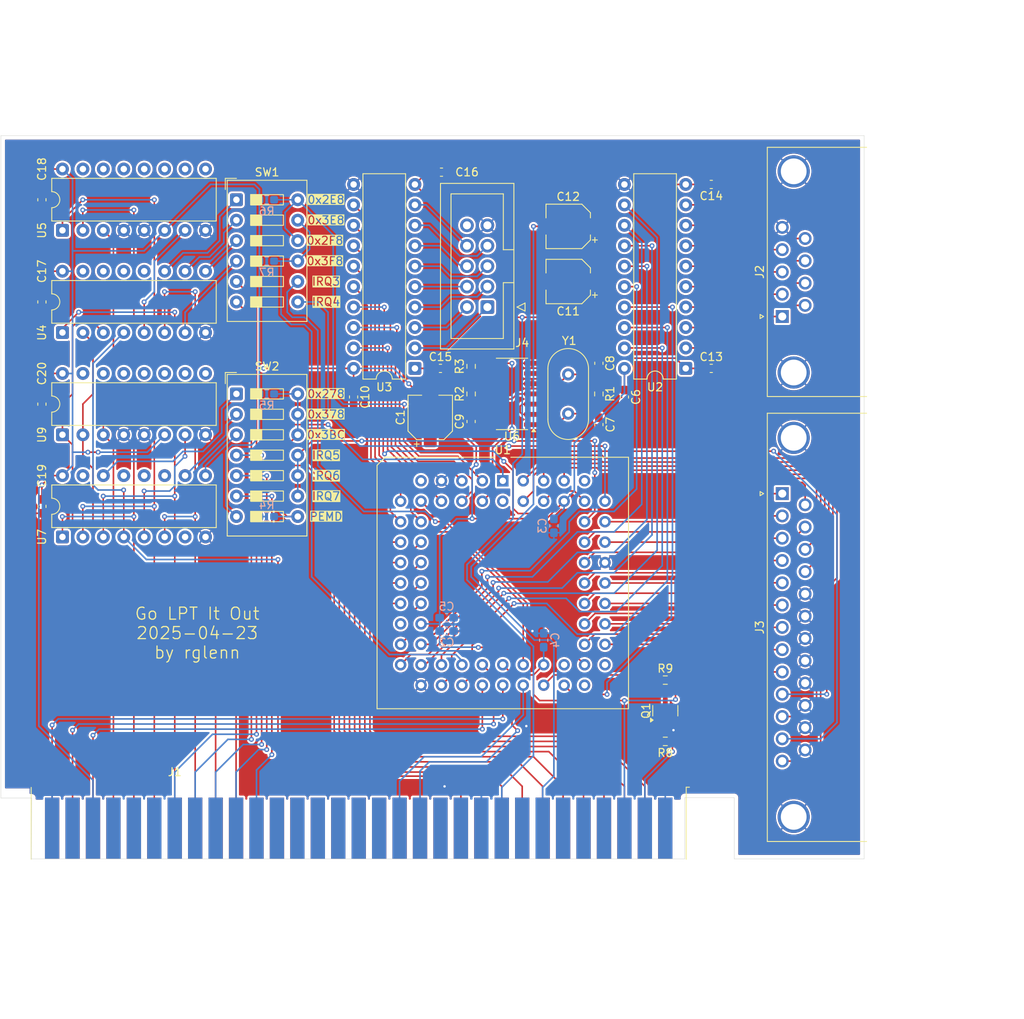
<source format=kicad_pcb>
(kicad_pcb (version 20241229) (generator "pcbnew") (generator_version "9.0")
  (layers (0 "F.Cu" signal) (2 "B.Cu" signal) (13 "F.Paste" user) (15 "B.Paste" user) (5 "F.SilkS" user "F.Silkscreen") (7 "B.SilkS" user "B.Silkscreen") (1 "F.Mask" user) (3 "B.Mask" user) (25 "Edge.Cuts" user))
  (net 0 "")
  (net 1 "GND")
  (net 2 "+5V")
  (net 3 "Net-(C7-Pad1)")
  (net 4 "Net-(C8-Pad1)")
  (net 5 "+12V")
  (net 6 "-12V")
  (net 7 "/IRQ3")
  (net 9 "/A1")
  (net 11 "/IRQ6")
  (net 13 "/D3")
  (net 14 "/Address and Config/A6")
  (net 16 "/Address and Config/AEN")
  (net 21 "/A2")
  (net 24 "/D4")
  (net 27 "/Address and Config/A8")
  (net 28 "/D0")
  (net 29 "/Address and Config/A4")
  (net 32 "/RESET")
  (net 33 "/D7")
  (net 34 "/D6")
  (net 35 "/IRQ5")
  (net 38 "/~{IOR}")
  (net 43 "/IRQ4")
  (net 44 "/Address and Config/A7")
  (net 46 "/IRQ7")
  (net 50 "/Address and Config/A3")
  (net 51 "/D1")
  (net 54 "/~{IOW}")
  (net 56 "/D2")
  (net 57 "/D5")
  (net 58 "/Address and Config/A5")
  (net 59 "/A0")
  (net 61 "/Address and Config/A9")
  (net 62 "Net-(U2-RA4)")
  (net 63 "Net-(U2-RA3)")
  (net 64 "Net-(U2-DY3)")
  (net 65 "Net-(U2-RA5)")
  (net 66 "Net-(U2-RA1)")
  (net 67 "Net-(U2-DY2)")
  (net 68 "Net-(U2-DY1)")
  (net 69 "Net-(U2-RA2)")
  (net 70 "/PARPORT_PD1")
  (net 71 "/PARPORT_PD6")
  (net 72 "/PARPORT_PD0")
  (net 73 "/PARPORT_PD5")
  (net 74 "/PARPORT_PD3")
  (net 75 "/~{PARPORT_AFD}")
  (net 76 "/~{PARPORT_STB}")
  (net 77 "/PARPORT_PD4")
  (net 78 "/PARPORT_SLCT")
  (net 79 "/~{PARPORT_ERR}")
  (net 80 "/~{PARPORT_ACK}")
  (net 81 "/PARPORT_BUSY")
  (net 82 "/~{PARPORT_SLIN}")
  (net 83 "/PARPORT_PE")
  (net 84 "/PARPORT_PD7")
  (net 85 "/~{PARPORT_INIT}")
  (net 86 "/PARPORT_PD2")
  (net 87 "Net-(J4-Pin_8)")
  (net 88 "Net-(J4-Pin_3)")
  (net 89 "Net-(J4-Pin_2)")
  (net 90 "Net-(J4-Pin_6)")
  (net 92 "Net-(J4-Pin_5)")
  (net 93 "Net-(J4-Pin_7)")
  (net 94 "Net-(J4-Pin_4)")
  (net 95 "Net-(J4-Pin_1)")
  (net 96 "Net-(R2-Pad2)")
  (net 97 "Net-(R2-Pad1)")
  (net 98 "/CLK_UART")
  (net 99 "/Address and Config/PEMD")
  (net 100 "/Address and Config/~{PARPORT_CS}")
  (net 101 "/Address and Config/~{UART1_CS}")
  (net 102 "/Address and Config/~{UART0_CS}")
  (net 103 "/Address and Config/~{0x3F8}")
  (net 104 "/Address and Config/UART1_INT")
  (net 105 "/Address and Config/~{0x2E8}")
  (net 106 "/Address and Config/UART0_INT")
  (net 107 "/Address and Config/~{0x2F8}")
  (net 108 "/Address and Config/~{0x3E8}")
  (net 109 "/Address and Config/PARPORT_INT")
  (net 110 "/Address and Config/~{0x378}")
  (net 111 "/Address and Config/~{0x3BC}")
  (net 112 "/Address and Config/~{0x278}")
  (net 114 "/~{UART0_RTS}")
  (net 115 "/~{UART0_RI}")
  (net 116 "/~{UART1_RTS}")
  (net 118 "/~{UART1_DSR}")
  (net 119 "/~{RESET}")
  (net 120 "/~{UART0_DSR}")
  (net 123 "/~{UART0_DTR}")
  (net 124 "/UART0_SIN")
  (net 126 "/~{UART1_DTR}")
  (net 127 "/UART0_SOUT")
  (net 128 "/UART1_SOUT")
  (net 131 "/UART1_SIN")
  (net 132 "/~{UART0_CTS}")
  (net 133 "/~{UART1_RI}")
  (net 134 "/~{UART1_CTS}")
  (net 135 "/~{UART0_DCD}")
  (net 136 "/~{UART1_DCD}")
  (net 138 "Net-(U4-E2)")
  (net 149 "Net-(U6-Pad10)")
  (net 153 "Net-(U7-E2)")
  (net 165 "Net-(Q1-B)")
  (footprint "Capacitor_SMD:C_0603_1608Metric_Pad1.08x0.95mm_HandSolder" (layer "F.Cu") (at 44.45 101.6 -90)
    (property "Reference" "C17")
    (property "Value" "100n")
  )
  (footprint "Package_SO:SO-14_3.9x8.65mm_P1.27mm" (layer "F.Cu") (at 102.87 113.03 180)
    (property "Reference" "U6")
    (property "Value" "74HCU04")
  )
  (footprint "pc-parts:PC_BRACKET_ISA_KEYSTONE_9200_Rev1_1" (layer "F.Cu") (at 121.92 170.815)
    (property "Reference" "BRACKET1" (hide yes))
    (property "Value" "~" (hide yes))
  )
  (footprint "pc-parts:BUS_AT_8BIT" (layer "F.Cu") (at 121.92 167.005)
    (property "Reference" "J1")
    (property "Value" "Bus_ISA_8bit")
  )
  (footprint "Connector_IDC:IDC-Header_2x05_P2.54mm_Vertical" (layer "F.Cu") (at 99.8125 102.235 180)
    (property "Reference" "J4")
    (property "Value" "Conn_02x05_Odd_Even")
  )
  (footprint "Capacitor_SMD:CP_Elec_5x5.3" (layer "F.Cu") (at 109.855 92.21 180)
    (property "Reference" "C12")
    (property "Value" "22u")
  )
  (footprint "Package_DIP:DIP-16_W7.62mm" (layer "F.Cu") (at 47.005 92.7 90)
    (property "Reference" "U5")
    (property "Value" "74LS138")
  )
  (footprint "Capacitor_SMD:C_0603_1608Metric_Pad1.08x0.95mm_HandSolder" (layer "F.Cu") (at 127.635 86.995 180)
    (property "Reference" "C14")
    (property "Value" "100n")
  )
  (footprint "Connector_Dsub:DSUB-9_Pins_Horizontal_P2.77x2.84mm_EdgePinOffset7.70mm_Housed_MountingHolesOffset9.12mm" (layer "F.Cu") (at 136.457669 103.4082 90)
    (property "Reference" "J2")
    (property "Value" "DE9")
  )
  (footprint "Resistor_SMD:R_0603_1608Metric_Pad0.98x0.95mm_HandSolder" (layer "F.Cu") (at 97.79 113.03 90)
    (property "Reference" "R2")
    (property "Value" "1K")
  )
  (footprint "Resistor_SMD:R_0603_1608Metric_Pad0.98x0.95mm_HandSolder" (layer "F.Cu") (at 121.92 156.21 180)
    (property "Reference" "R8")
    (property "Value" "1K")
  )
  (footprint "Capacitor_SMD:C_0603_1608Metric_Pad1.08x0.95mm_HandSolder" (layer "F.Cu") (at 83.185 113.411 -90)
    (property "Reference" "C10")
    (property "Value" "100n")
  )
  (footprint "Capacitor_SMD:CP_Elec_5x5.3" (layer "F.Cu") (at 109.855 99.06 180)
    (property "Reference" "C11")
    (property "Value" "22u")
  )
  (footprint "Button_Switch_THT:SW_DIP_SPSTx07_Slide_9.78x19.96mm_W7.62mm_P2.54mm" (layer "F.Cu") (at 68.6225 113.025)
    (property "Reference" "SW2")
    (property "Value" "SW_DIP_x07")
  )
  (footprint "Connector_Dsub:DSUB-25_Socket_Horizontal_P2.77x2.84mm_EdgePinOffset7.70mm_Housed_MountingHolesOffset9.12mm" (layer "F.Cu") (at 136.457669 125.4182 90)
    (property "Reference" "J3")
    (property "Value" "Parallel")
  )
  (footprint "Capacitor_SMD:C_0603_1608Metric_Pad1.08x0.95mm_HandSolder" (layer "F.Cu") (at 97.79 116.459 90)
    (property "Reference" "C9")
    (property "Value" "100n")
  )
  (footprint "Package_DIP:DIP-16_W7.62mm" (layer "F.Cu") (at 47.005 118.1 90)
    (property "Reference" "U9")
    (property "Value" "74LS138")
  )
  (footprint "Button_Switch_THT:SW_DIP_SPSTx06_Slide_9.78x17.42mm_W7.62mm_P2.54mm" (layer "F.Cu") (at 68.6225 88.9)
    (property "Reference" "SW1")
    (property "Value" "SW_DIP_x06")
  )
  (footprint "Capacitor_SMD:C_0603_1608Metric_Pad1.08x0.95mm_HandSolder" (layer "F.Cu") (at 44.45 114.3 -90)
    (property "Reference" "C20")
    (property "Value" "100n")
  )
  (footprint "Crystal:Crystal_HC49-U_Vertical" (layer "F.Cu") (at 109.855 115.48 90)
    (property "Reference" "Y1")
    (property "Value" "1.8432MHz")
  )
  (footprint "Resistor_SMD:R_0603_1608Metric_Pad0.98x0.95mm_HandSolder" (layer "F.Cu") (at 121.92 148.59)
    (property "Reference" "R9")
    (property "Value" "1K")
  )
  (footprint "Package_DIP:DIP-20_W7.62mm" (layer "F.Cu") (at 90.805 109.855 180)
    (property "Reference" "U3")
    (property "Value" "GD75232N")
  )
  (footprint "Resistor_SMD:R_0603_1608Metric_Pad0.98x0.95mm_HandSolder" (layer "F.Cu") (at 97.79 109.601 90)
    (property "Reference" "R3")
    (property "Value" "10K")
  )
  (footprint "Capacitor_SMD:C_0603_1608Metric_Pad1.08x0.95mm_HandSolder" (layer "F.Cu") (at 93.98 109.855)
    (property "Reference" "C15")
    (property "Value" "100n")
  )
  (footprint "Package_DIP:DIP-16_W7.62mm" (layer "F.Cu") (at 47.005 130.8 90)
    (property "Reference" "U7")
    (property "Value" "74LS138")
  )
  (footprint "Capacitor_SMD:CP_Elec_5x5.3" (layer "F.Cu") (at 92.71 115.951 90)
    (property "Reference" "C1")
    (property "Value" "22u")
  )
  (footprint "Capacitor_SMD:C_0603_1608Metric_Pad1.08x0.95mm_HandSolder" (layer "F.Cu") (at 127.635 109.855)
    (property "Reference" "C13")
    (property "Value" "100n")
  )
  (footprint "Package_DIP:DIP-20_W7.62mm" (layer "F.Cu") (at 124.46 109.855 180)
    (property "Reference" "U2")
    (property "Value" "GD75232N")
  )
  (footprint "Package_DIP:DIP-16_W7.62mm" (layer "F.Cu") (at 47.005 105.4 90)
    (property "Reference" "U4")
    (property "Value" "74LS138")
  )
  (footprint "Capacitor_SMD:C_0603_1608Metric_Pad1.08x0.95mm_HandSolder" (layer "F.Cu") (at 94.107 85.471 180)
    (property "Reference" "C16")
    (property "Value" "100n")
  )
  (footprint "Capacitor_SMD:C_0603_1608Metric_Pad1.08x0.95mm_HandSolder" (layer "F.Cu") (at 116.84 113.411 -90)
    (property "Reference" "C6")
    (property "Value" "100n")
  )
  (footprint "Package_TO_SOT_SMD:SOT-23" (layer "F.Cu") (at 121.92 152.4 90)
    (property "Reference" "Q1")
    (property "Value" "MMBT3904")
  )
  (footprint "Capacitor_SMD:C_0603_1608Metric_Pad1.08x0.95mm_HandSolder" (layer "F.Cu") (at 113.665 116.84 -90)
    (property "Reference" "C7")
    (property "Value" "22p")
  )
  (footprint "Resistor_SMD:R_0603_1608Metric_Pad0.98x0.95mm_HandSolder" (layer "F.Cu") (at 113.665 113.03 90)
    (property "Reference" "R1")
    (property "Value" "1M")
  )
  (footprint "Capacitor_SMD:C_0603_1608Metric_Pad1.08x0.95mm_HandSolder" (layer "F.Cu") (at 113.665 109.22 90)
    (property "Reference" "C8")
    (property "Value" "22p")
  )
  (footprint "Capacitor_SMD:C_0603_1608Metric_Pad1.08x0.95mm_HandSolder" (layer "F.Cu") (at 44.45 88.9 -90)
    (property "Reference" "C18")
    (property "Value" "100n")
  )
  (footprint "Capacitor_SMD:C_0603_1608Metric_Pad1.08x0.95mm_HandSolder" (layer "F.Cu") (at 44.45 127 -90)
    (property "Reference" "C19")
    (property "Value" "100n")
  )
  (footprint "Package_LCC:PLCC-68_THT-Socket" (layer "F.Cu") (at 101.727 123.825)
    (property "Reference" "U1")
    (property "Value" "TL16C552A")
  )
  (footprint "Resistor_SMD:R_0603_1608Metric_Pad0.98x0.95mm_HandSolder" (layer "B.Cu") (at 72.39 113.03)
    (property "Reference" "R5")
    (property "Value" "10K")
  )
  (footprint "Capacitor_SMD:C_0603_1608Metric_Pad1.08x0.95mm_HandSolder" (layer "B.Cu") (at 94.742 142.494)
    (property "Reference" "C2")
    (property "Value" "100n")
  )
  (footprint "Resistor_SMD:R_0603_1608Metric_Pad0.98x0.95mm_HandSolder" (layer "B.Cu") (at 72.39 88.9)
    (property "Reference" "R6")
    (property "Value" "10K")
  )
  (footprint "Capacitor_SMD:C_0603_1608Metric_Pad1.08x0.95mm_HandSolder" (layer "B.Cu") (at 106.807 143.637 90)
    (property "Reference" "C4")
    (property "Value" "100n")
  )
  (footprint "Resistor_SMD:R_0603_1608Metric_Pad0.98x0.95mm_HandSolder" (layer "B.Cu") (at 72.39 96.52)
    (property "Reference" "R7")
    (property "Value" "10K")
  )
  (footprint "Capacitor_SMD:C_0603_1608Metric_Pad1.08x0.95mm_HandSolder" (layer "B.Cu") (at 108.077 129.413 -90)
    (property "Reference" "C3")
    (property "Value" "100n")
  )
  (footprint "Capacitor_SMD:C_0603_1608Metric_Pad1.08x0.95mm_HandSolder" (layer "B.Cu") (at 94.742 140.843)
    (property "Reference" "C5")
    (property "Value" "100n")
  )
  (footprint "Resistor_SMD:R_0603_1608Metric_Pad0.98x0.95mm_HandSolder" (layer "B.Cu") (at 72.39 128.27 180)
    (property "Reference" "R4")
    (property "Value" "10K")
  )
  (gr_line (start 130.492 163.195) (end 130.492 170.815) (stroke (width 0.05)) (layer "Edge.Cuts"))
  (gr_line (start 43.18 163.2458) (end 39.36 163.2458) (stroke (width 0.05)) (layer "Edge.Cuts"))
  (gr_line (start 124.333 170.815) (end 43.1292 170.815) (stroke (width 0.05)) (layer "Edge.Cuts"))
  (gr_line (start 146.6248 80.925) (end 39.36 80.925) (stroke (width 0.05)) (layer "Edge.Cuts"))
  (gr_line (start 146.6248 170.815) (end 146.6248 80.925) (stroke (width 0.05)) (layer "Edge.Cuts"))
  (gr_line (start 124.333 163.195) (end 130.492 163.195) (stroke (width 0.05)) (layer "Edge.Cuts"))
  (gr_line (start 124.333 170.815) (end 124.333 163.195) (stroke (width 0.05)) (layer "Edge.Cuts"))
  (gr_line (start 43.1292 170.815) (end 43.18 163.2458) (stroke (width 0.05)) (layer "Edge.Cuts"))
  (gr_line (start 39.36 163.2458) (end 39.36 80.925) (stroke (width 0.05)) (layer "Edge.Cuts"))
  (gr_line (start 130.492 170.815) (end 146.6248 170.815) (stroke (width 0.05)) (layer "Edge.Cuts"))
  (gr_text "IRQ5" (at 79.756 120.65 0) (layer "F.SilkS" knockout) (effects (font (size 1 1))))
  (gr_text "0x278" (at 79.756 113.03 0) (layer "F.SilkS" knockout) (effects (font (size 1 1))))
  (gr_text "0x2F8" (at 79.629 93.98 0) (layer "F.SilkS" knockout) (effects (font (size 1 1))))
  (gr_text "IRQ3" (at 79.756 99.06 0) (layer "F.SilkS" knockout) (effects (font (size 1 1))))
  (gr_text "0x3E8" (at 79.756 91.44 0) (layer "F.SilkS" knockout) (effects (font (size 1 1))))
  (gr_text "0x2E8" (at 79.756 88.9 0) (layer "F.SilkS" knockout) (effects (font (size 1 1))))
  (gr_text "IRQ6" (at 79.756 123.19 0) (layer "F.SilkS" knockout) (effects (font (size 1 1))))
  (gr_text "IRQ7" (at 79.756 125.73 0) (layer "F.SilkS" knockout) (effects (font (size 1 1))))
  (gr_text "Go LPT It Out\n2025-04-23\nby rglenn" (at 63.754 142.748 0) (layer "F.SilkS") (effects (font (size 1.5 1.5))))
  (gr_text "PEMD" (at 79.756 128.27 0) (layer "F.SilkS" knockout) (effects (font (size 1 1))))
  (gr_text "0x3F8" (at 79.629 96.52 0) (layer "F.SilkS" knockout) (effects (font (size 1 1))))
  (gr_text "0x3BC" (at 79.756 118.11 0) (layer "F.SilkS" knockout) (effects (font (size 1 1))))
  (gr_text "0x378" (at 79.756 115.57 0) (layer "F.SilkS" knockout) (effects (font (size 1 1))))
  (gr_text "IRQ4" (at 79.756 101.6 0) (layer "F.SilkS" knockout) (effects (font (size 1 1))))
  (segment (start 122.87 154.747) (end 122.936 154.813) (width 0.2) (layer "F.Cu") (net 1))
  (segment (start 122.87 153.3375) (end 122.87 154.747) (width 0.2) (layer "F.Cu") (net 1))
  (via (at 94.488 161.798) (size 0.6) (drill 0.3) (layers "F.Cu" "B.Cu") (net 1))
  (via (at 105.41 142.494) (size 0.6) (drill 0.3) (layers "F.Cu" "B.Cu") (net 1))
  (via (at 104.648 154.305) (size 0.6) (drill 0.3) (layers "F.Cu" "B.Cu") (net 1))
  (via (at 122.936 154.813) (size 0.6) (drill 0.3) (layers "F.Cu" "B.Cu") (net 1))
  (segment (start 106.807 142.7745) (end 105.6905 142.7745) (width 0.2) (layer "B.Cu") (net 1))
  (segment (start 105.6905 142.7745) (end 105.41 142.494) (width 0.2) (layer "B.Cu") (net 1))
  (segment (start 104.648 156.21) (end 104.648 154.305) (width 0.2) (layer "B.Cu") (net 1))
  (segment (start 104.267 156.591) (end 104.648 156.21) (width 0.2) (layer "B.Cu") (net 1))
  (segment (start 99.06 167.005) (end 99.06 161.798) (width 0.2) (layer "B.Cu") (net 1))
  (segment (start 99.06 161.798) (end 94.488 161.798) (width 0.2) (layer "B.Cu") (net 1))
  (segment (start 99.06 161.798) (end 104.267 156.591) (width 0.2) (layer "B.Cu") (net 1))
  (segment (start 96.012 118.151) (end 96.9605 118.151) (width 0.2) (layer "F.Cu") (net 2))
  (segment (start 83.185 109.855) (end 72.009 109.855) (width 0.2) (layer "F.Cu") (net 2))
  (segment (start 44.45 86.233) (end 44.45 88.0375) (width 0.2) (layer "F.Cu") (net 2))
  (segment (start 45.603 97.78) (end 44.45 98.933) (width 0.2) (layer "F.Cu") (net 2))
  (segment (start 45.603 110.48) (end 44.45 111.633) (width 0.2) (layer "F.Cu") (net 2))
  (segment (start 91.227 118.151) (end 90.678 117.602) (width 0.2) (layer "F.Cu") (net 2))
  (segment (start 97.917 128.524) (end 107.188 128.524) (width 0.2) (layer "F.Cu") (net 2))
  (segment (start 98.6525 116.84) (end 97.79 117.7025) (width 0.2) (layer "F.Cu") (net 2))
  (segment (start 98.679 144.526) (end 102.108 144.526) (width 0.2) (layer "F.Cu") (net 2))
  (segment (start 123.19 148.9475) (end 122.8325 148.59) (width 0.2) (layer "F.Cu") (net 2))
  (segment (start 123.19 151.003) (end 123.19 148.9475) (width 0.2) (layer "F.Cu") (net 2))
  (segment (start 90.678 117.602) (end 90.678 112.395) (width 0.2) (layer "F.Cu") (net 2))
  (segment (start 98.425 119.634) (end 98.425 121.793) (width 0.2) (layer "F.Cu") (net 2))
  (segment (start 92.71 118.151) (end 91.227 118.151) (width 0.2) (layer "F.Cu") (net 2))
  (segment (start 47.005 85.08) (end 45.603 85.08) (width 0.2) (layer "F.Cu") (net 2))
  (segment (start 47.005 97.78) (end 45.603 97.78) (width 0.2) (layer "F.Cu") (net 2))
  (segment (start 96.9605 118.151) (end 97.79 117.3215) (width 0.2) (layer "F.Cu") (net 2))
  (segment (start 116.84 109.855) (end 116.84 112.5485) (width 0.2) (layer "F.Cu") (net 2))
  (segment (start 100.395 116.84) (end 98.6525 116.84) (width 0.2) (layer "F.Cu") (net 2))
  (segment (start 102.997 147.193) (end 103.759 147.955) (width 0.2) (layer "F.Cu") (net 2))
  (segment (start 103.759 147.955) (end 105.537 147.955) (width 0.2) (layer "F.Cu") (net 2))
  (segment (start 116.84 151.13) (end 106.299 151.13) (width 0.2) (layer "F.Cu") (net 2))
  (segment (start 96.012 118.151) (end 96.942 118.151) (width 0.2) (layer "F.Cu") (net 2))
  (segment (start 102.108 144.526) (end 102.997 145.415) (width 0.2) (layer "F.Cu") (net 2))
  (segment (start 44.45 124.333) (end 44.45 126.1375) (width 0.2) (layer "F.Cu") (net 2))
  (segment (start 105.537 147.955) (end 106.807 146.685) (width 0.2) (layer "F.Cu") (net 2))
  (segment (start 44.45 111.633) (end 44.45 113.4375) (width 0.2) (layer "F.Cu") (net 2))
  (segment (start 90.678 112.395) (end 90.043 111.76) (width 0.2) (layer "F.Cu") (net 2))
  (segment (start 96.942 118.151) (end 98.425 119.634) (width 0.2) (layer "F.Cu") (net 2))
  (segment (start 45.603 85.08) (end 44.45 86.233) (width 0.2) (layer "F.Cu") (net 2))
  (segment (start 102.997 145.415) (end 102.997 147.193) (width 0.2) (layer "F.Cu") (net 2))
  (segment (start 44.45 98.933) (end 44.45 100.7375) (width 0.2) (layer "F.Cu") (net 2))
  (segment (start 92.71 118.151) (end 96.012 118.151) (width 0.2) (layer "F.Cu") (net 2))
  (segment (start 47.005 123.18) (end 45.603 123.18) (width 0.2) (layer "F.Cu") (net 2))
  (segment (start 107.188 128.524) (end 109.347 126.365) (width 0.2) (layer "F.Cu") (net 2))
  (segment (start 106.299 151.13) (end 105.537 150.368) (width 0.2) (layer "F.Cu") (net 2))
  (segment (start 105.537 150.368) (end 105.537 147.955) (width 0.2) (layer "F.Cu") (net 2))
  (segment (start 50.165 120.269) (end 51.435 120.269) (width 0.2) (layer "F.Cu") (net 2))
  (segment (start 83.185 112.5485) (end 83.185 109.855) (width 0.2) (layer "F.Cu") (net 2))
  (segment (start 47.005 110.48) (end 45.603 110.48) (width 0.2) (layer "F.Cu") (net 2))
  (segment (start 45.603 123.18) (end 44.45 124.333) (width 0.2) (layer "F.Cu") (net 2))
  (via (at 123.19 151.003) (size 0.6) (drill 0.3) (layers "F.Cu" "B.Cu") (net 2))
  (via (at 50.165 120.269) (size 0.6) (drill 0.3) (layers "F.Cu" "B.Cu") (net 2))
  (via (at 51.435 120.269) (size 0.6) (drill 0.3) (layers "F.Cu" "B.Cu") (net 2))
  (via (at 98.425 121.793) (size 0.6) (drill 0.3) (layers "F.Cu" "B.Cu") (net 2))
  (via (at 97.917 128.524) (size 0.6) (drill 0.3) (layers "F.Cu" "B.Cu") (net 2))
  (via (at 44.45 124.333) (size 0.6) (drill 0.3) (layers "F.Cu" "B.Cu") (net 2))
  (via (at 116.84 151.13) (size 0.6) (drill 0.3) (layers "F.Cu" "B.Cu") (net 2))
  (via (at 72.009 109.855) (size 0.6) (drill 0.3) (layers "F.Cu" "B.Cu") (net 2))
  (via (at 90.043 111.76) (size 0.6) (drill 0.3) (layers "F.Cu" "B.Cu") (net 2))
  (via (at 98.679 144.526) (size 0.6) (drill 0.3) (layers "F.Cu" "B.Cu") (net 2))
  (segment (start 48.26 110.49) (end 47.015 110.49) (width 0.2) (layer "B.Cu") (net 2))
  (segment (start 48.26 121.925) (end 48.26 120.269) (width 0.2) (layer "B.Cu") (net 2))
  (segment (start 48.016 97.78) (end 48.026 97.79) (width 0.2) (layer "B.Cu") (net 2))
  (segment (start 70.866 86.995) (end 71.4775 87.6065) (width 0.2) (layer "B.Cu") (net 2))
  (segment (start 93.8795 140.843) (end 93.8795 141.605) (width 0.2) (layer "B.Cu") (net 2))
  (segment (start 106.807 144.4995) (end 106.807 146.685) (width 0.2) (layer "B.Cu") (net 2))
  (segment (start 48.026 97.79) (end 48.26 97.79) (width 0.2) (layer "B.Cu") (net 2))
  (segment (start 91.567 141.605) (end 93.8795 141.605) (width 0.2) (layer "B.Cu") (net 2))
  (segment (start 95.9855 128.5505) (end 93.8795 130.6565) (width 0.2) (layer "B.Cu") (net 2))
  (segment (start 47.015 110.49) (end 47.005 110.48) (width 0.2) (layer "B.Cu") (net 2))
  (segment (start 47.005 123.18) (end 48.26 121.925) (width 0.2) (layer "B.Cu") (net 2))
  (segment (start 71.4775 118.3875) (end 71.4775 113.03) (width 0.2) (layer "B.Cu") (net 2))
  (segment (start 44.069 124.714) (end 44.45 124.333) (width 0.2) (layer "B.Cu") (net 2))
  (segment (start 93.853 144.145) (end 93.8795 144.1185) (width 0.2) (layer "B.Cu") (net 2))
  (segment (start 48.26 86.335) (end 47.005 85.08) (width 0.2) (layer "B.Cu") (net 2))
  (segment (start 71.4775 87.6065) (end 71.4775 88.9) (width 0.2) (layer "B.Cu") (net 2))
  (segment (start 48.26 120.269) (end 48.26 110.49) (width 0.2) (layer "B.Cu") (net 2))
  (segment (start 44.069 154.305) (end 44.069 124.714) (width 0.2) (layer "B.Cu") (net 2))
  (segment (start 94.2075 144.4995) (end 94.1705 144.4625) (width 0.2) (layer "B.Cu") (net 2))
  (segment (start 48.26 97.79) (end 48.26 95.25) (width 0.2) (layer "B.Cu") (net 2))
  (segment (start 109.347 127.2805) (end 109.347 126.365) (width 0.2) (layer "B.Cu") (net 2))
  (segment (start 48.26 110.49) (end 48.26 97.79) (width 0.2) (layer "B.Cu") (net 2))
  (segment (start 98.6525 144.4995) (end 98.679 144.526) (width 0.2) (layer "B.Cu") (net 2))
  (segment (start 97.8905 128.5505) (end 95.9855 128.5505) (width 0.2) (layer "B.Cu") (net 2))
  (segment (start 123.063 151.13) (end 123.19 151.003) (width 0.2) (layer "B.Cu") (net 2))
  (segment (start 50.8 161.036) (end 44.069 154.305) (width 0.2) (layer "B.Cu") (net 2))
  (segment (start 48.26 120.269) (end 50.165 120.269) (width 0.2) (layer "B.Cu") (net 2))
  (segment (start 71.4775 96.52) (end 71.4775 88.9) (width 0.2) (layer "B.Cu") (net 2))
  (segment (start 72.009 109.855) (end 71.4775 109.855) (width 0.2) (layer "B.Cu") (net 2))
  (segment (start 93.8795 141.605) (end 93.8795 142.494) (width 0.2) (layer "B.Cu") (net 2))
  (segment (start 47.005 97.78) (end 48.016 97.78) (width 0.2) (layer "B.Cu") (net 2))
  (segment (start 110.617 119.126) (end 116.84 112.903) (width 0.2) (layer "B.Cu") (net 2))
  (segment (start 116.84 151.13) (end 123.063 151.13) (width 0.2) (layer "B.Cu") (net 2))
  (segment (start 68.6225 128.265) (end 67.31 126.9525) (width 0.2) (layer "B.Cu") (net 2))
  (segment (start 110.617 125.095) (end 110.617 119.126) (width 0.2) (layer "B.Cu") (net 2))
  (segment (start 97.917 122.301) (end 98.425 121.793) (width 0.2) (layer "B.Cu") (net 2))
  (segment (start 57.155 95.25) (end 48.26 95.25) (width 0.2) (layer "B.Cu") (net 2))
  (segment (start 88.138 109.855) (end 83.185 109.855) (width 0.2) (layer "B.Cu") (net 2))
  (segment (start 71.4775 109.855) (end 71.4775 96.52) (width 0.2) (layer "B.Cu") (net 2))
  (segment (start 68.072 119.38) (end 70.485 119.38) (width 0.2) (layer "B.Cu") (net 2))
  (segment (start 57.536 120.269) (end 59.705 118.1) (width 0.2) (layer "B.Cu") (net 2))
  (segment (start 109.347 126.365) (end 110.617 125.095) (width 0.2) (layer "B.Cu") (net 2))
  (segment (start 65.41 86.995) (end 70.866 86.995) (width 0.2) (layer "B.Cu") (net 2))
  (segment (start 70.485 119.38) (end 71.4775 118.3875) (width 0.2) (layer "B.Cu") (net 2))
  (segment (start 90.043 111.76) (end 88.138 109.855) (width 0.2) (layer "B.Cu") (net 2))
  (segment (start 93.8795 130.6565) (end 93.8795 140.843) (width 0.2) (layer "B.Cu") (net 2))
  (segment (start 97.917 128.524) (end 97.8905 128.5505) (width 0.2) (layer "B.Cu") (net 2))
  (segment (start 116.84 112.903) (end 116.84 109.855) (width 0.2) (layer "B.Cu") (net 2))
  (segment (start 94.2075 144.4995) (end 98.6525 144.4995) (width 0.2) (layer "B.Cu") (net 2))
  (segment (start 93.8795 144.1185) (end 93.8795 142.494) (width 0.2) (layer "B.Cu") (net 2))
  (segment (start 67.31 126.9525) (end 67.31 120.142) (width 0.2) (layer "B.Cu") (net 2))
  (segment (start 94.1705 144.4625) (end 93.853 144.145) (width 0.2) (layer "B.Cu") (net 2))
  (segment (start 50.8 167.005) (end 50.8 161.036) (width 0.2) (layer "B.Cu") (net 2))
  (segment (start 48.26 95.25) (end 48.26 86.335) (width 0.2) (layer "B.Cu") (net 2))
  (segment (start 51.435 120.269) (end 57.536 120.269) (width 0.2) (layer "B.Cu") (net 2))
  (segment (start 116.84 167.005) (end 116.84 151.13) (width 0.2) (layer "B.Cu") (net 2))
  (segment (start 97.917 128.524) (end 97.917 122.301) (width 0.2) (layer "B.Cu") (net 2))
  (segment (start 59.705 92.7) (end 57.155 95.25) (width 0.2) (layer "B.Cu") (net 2))
  (segment (start 108.077 128.5505) (end 109.347 127.2805) (width 0.2) (layer "B.Cu") (net 2))
  (segment (start 67.31 120.142) (end 68.072 119.38) (width 0.2) (layer "B.Cu") (net 2))
  (segment (start 59.705 92.7) (end 65.41 86.995) (width 0.2) (layer "B.Cu") (net 2))
  (segment (start 71.4775 113.03) (end 71.4775 109.855) (width 0.2) (layer "B.Cu") (net 2))
  (segment (start 113.665 113.9425) (end 113.665 115.316) (width 0.2) (layer "F.Cu") (net 3))
  (segment (start 109.855 115.48) (end 113.501 115.48) (width 0.2) (layer "F.Cu") (net 3))
  (segment (start 108.495 116.84) (end 109.855 115.48) (width 0.2) (layer "F.Cu") (net 3))
  (segment (start 105.345 116.84) (end 108.495 116.84) (width 0.2) (layer "F.Cu") (net 3))
  (segment (start 113.665 115.316) (end 113.665 115.9775) (width 0.2) (layer "F.Cu") (net 3))
  (segment (start 113.501 115.48) (end 113.665 115.316) (width 0.2) (layer "F.Cu") (net 3))
  (segment (start 109.855 110.6) (end 113.521 110.6) (width 0.2) (layer "F.Cu") (net 4))
  (segment (start 113.665 112.1175) (end 113.665 110.744) (width 0.2) (layer "F.Cu") (net 4))
  (segment (start 106.155 114.3) (end 109.855 110.6) (width 0.2) (layer "F.Cu") (net 4))
  (segment (start 105.345 114.3) (end 106.155 114.3) (width 0.2) (layer "F.Cu") (net 4))
  (segment (start 105.345 114.3) (end 104.14 114.3) (width 0.2) (layer "F.Cu") (net 4))
  (segment (start 104.14 114.3) (end 103.886 114.554) (width 0.2) (layer "F.Cu") (net 4))
  (segment (start 113.665 110.744) (end 113.665 110.0825) (width 0.2) (layer "F.Cu") (net 4))
  (segment (start 104.14 115.57) (end 103.886 115.316) (width 0.2) (layer "F.Cu") (net 4))
  (segment (start 103.886 114.554) (end 103.886 115.316) (width 0.2) (layer "F.Cu") (net 4))
  (segment (start 113.521 110.6) (end 113.665 110.744) (width 0.2) (layer "F.Cu") (net 4))
  (segment (start 105.345 115.57) (end 104.14 115.57) (width 0.2) (layer "F.Cu") (net 4))
  (segment (start 126.7725 109.855) (end 124.46 109.855) (width 0.2) (layer "F.Cu") (net 5))
  (segment (start 115.189 106.045) (end 115.189 107.823) (width 0.2) (layer "F.Cu") (net 5))
  (segment (start 115.189 107.823) (end 115.951 108.585) (width 0.2) (layer "F.Cu") (net 5))
  (segment (start 112.014 103.505) (end 112.649 103.505) (width 0.2) (layer "F.Cu") (net 5))
  (segment (start 99.4675 103.505) (end 104.14 103.505) (width 0.2) (layer "F.Cu") (net 5))
  (segment (start 123.19 108.585) (end 124.46 109.855) (width 0.2) (layer "F.Cu") (net 5))
  (segment (start 93.1175 109.855) (end 90.805 109.855) (width 0.2) (layer "F.Cu") (net 5))
  (segment (start 93.1175 109.855) (end 99.4675 103.505) (width 0.2) (layer "F.Cu") (net 5))
  (segment (start 112.014 103.505) (end 112.014 99.101) (width 0.2) (layer "F.Cu") (net 5))
  (segment (start 112.014 99.101) (end 112.055 99.06) (width 0.2) (layer "F.Cu") (net 5))
  (segment (start 104.14 103.505) (end 112.014 103.505) (width 0.2) (layer "F.Cu") (net 5))
  (segment (start 115.951 108.585) (end 123.19 108.585) (width 0.2) (layer "F.Cu") (net 5))
  (segment (start 112.649 103.505) (end 115.189 106.045) (width 0.2) (layer "F.Cu") (net 5))
  (via (at 104.14 103.505) (size 0.6) (drill 0.3) (layers "F.Cu" "B.Cu") (net 5))
  (segment (start 105.537 144.399) (end 97.282 136.144) (width 0.2) (layer "B.Cu") (net 5))
  (segment (start 101.6 167.005) (end 101.6 161.925) (width 0.2) (layer "B.Cu") (net 5))
  (segment (start 104.14 120.523) (end 104.14 103.505) (width 0.2) (layer "B.Cu") (net 5))
  (segment (start 102.997 121.666) (end 104.14 120.523) (width 0.2) (layer "B.Cu") (net 5))
  (segment (start 97.282 134.239) (end 102.997 128.524) (width 0.2) (layer "B.Cu") (net 5))
  (segment (start 97.282 136.144) (end 97.282 134.239) (width 0.2) (layer "B.Cu") (net 5))
  (segment (start 105.537 157.988) (end 105.537 144.399) (width 0.2) (layer "B.Cu") (net 5))
  (segment (start 102.997 128.524) (end 102.997 121.666) (width 0.2) (layer "B.Cu") (net 5))
  (segment (start 101.6 161.925) (end 105.537 157.988) (width 0.2) (layer "B.Cu") (net 5))
  (segment (start 106.053 92.21) (end 107.655 92.21) (width 0.2) (layer "F.Cu") (net 6))
  (segment (start 106.045 92.202) (end 106.053 92.21) (width 0.2) (layer "F.Cu") (net 6))
  (segment (start 105.537 92.202) (end 106.045 92.202) (width 0.2) (layer "F.Cu") (net 6))
  (segment (start 92.329 85.471) (end 93.2445 85.471) (width 0.2) (layer "F.Cu") (net 6))
  (segment (start 90.805 86.995) (end 92.329 85.471) (width 0.2) (layer "F.Cu") (net 6))
  (segment (start 107.696 88.138) (end 91.948 88.138) (width 0.2) (layer "F.Cu") (net 6))
  (segment (start 107.655 88.179) (end 107.696 88.138) (width 0.2) (layer "F.Cu") (net 6))
  (segment (start 124.46 86.995) (end 121.285 86.995) (width 0.2) (layer "F.Cu") (net 6))
  (segment (start 91.948 88.138) (end 90.805 86.995) (width 0.2) (layer "F.Cu") (net 6))
  (segment (start 124.46 86.995) (end 126.7725 86.995) (width 0.2) (layer "F.Cu") (net 6))
  (segment (start 121.285 86.995) (end 120.142 88.138) (width 0.2) (layer "F.Cu") (net 6))
  (segment (start 120.142 88.138) (end 107.696 88.138) (width 0.2) (layer "F.Cu") (net 6))
  (segment (start 107.655 92.21) (end 107.655 88.179) (width 0.2) (layer "F.Cu") (net 6))
  (via (at 105.537 92.202) (size 0.6) (drill 0.3) (layers "F.Cu" "B.Cu") (net 6))
  (segment (start 105.537 126.746) (end 105.537 92.202) (width 0.2) (layer "B.Cu") (net 6))
  (segment (start 97.79 135.763) (end 97.79 134.493) (width 0.2) (layer "B.Cu") (net 6))
  (segment (start 108.077 144.018) (end 107.671 143.612) (width 0.2) (layer "B.Cu") (net 6))
  (segment (start 106.68 161.925) (end 108.077 160.528) (width 0.2) (layer "B.Cu") (net 6))
  (segment (start 97.79 134.493) (end 105.537 126.746) (width 0.2) (layer "B.Cu") (net 6))
  (segment (start 106.68 167.005) (end 106.68 161.925) (width 0.2) (layer "B.Cu") (net 6))
  (segment (start 107.671 143.612) (end 105.639 143.612) (width 0.2) (layer "B.Cu") (net 6))
  (segment (start 108.077 160.528) (end 108.077 144.018) (width 0.2) (layer "B.Cu") (net 6))
  (segment (start 105.639 143.612) (end 97.79 135.763) (width 0.2) (layer "B.Cu") (net 6))
  (segment (start 71.12 155.321) (end 71.12 101.5575) (width 0.2) (layer "F.Cu") (net 7))
  (segment (start 71.12 101.5575) (end 68.6225 99.06) (width 0.2) (layer "F.Cu") (net 7))
  (via (at 71.12 155.321) (size 0.6) (drill 0.3) (layers "F.Cu" "B.Cu") (net 7))
  (segment (start 71.12 155.321) (end 65.659 155.321) (width 0.2) (layer "B.Cu") (net 7))
  (segment (start 65.659 155.321) (end 60.96 160.02) (width 0.2) (layer "B.Cu") (net 7))
  (segment (start 60.96 160.02) (end 60.96 167.005) (width 0.2) (layer "B.Cu") (net 7))
  (segment (start 100.584 148.082) (end 99.187 146.685) (width 0.2) (layer "F.Cu") (net 9))
  (segment (start 48.26 167.005) (end 48.26 154.813) (width 0.2) (layer "F.Cu") (net 9))
  (segment (start 100.584 154.051) (end 100.584 148.082) (width 0.2) (layer "F.Cu") (net 9))
  (via (at 48.26 154.813) (size 0.6) (drill 0.3) (layers "F.Cu" "B.Cu") (net 9))
  (via (at 100.584 154.051) (size 0.6) (drill 0.3) (layers "F.Cu" "B.Cu") (net 9))
  (segment (start 49.022 154.051) (end 48.26 154.813) (width 0.2) (layer "B.Cu") (net 9))
  (segment (start 100.584 154.051) (end 49.022 154.051) (width 0.2) (layer "B.Cu") (net 9))
  (segment (start 72.39 157.226) (end 72.39 123.19) (width 0.2) (layer "F.Cu") (net 11))
  (via (at 72.39 123.19) (size 0.6) (drill 0.3) (layers "F.Cu" "B.Cu") (net 11))
  (via (at 72.39 157.226) (size 0.6) (drill 0.3) (layers "F.Cu" "B.Cu") (net 11))
  (segment (start 72.39 123.19) (end 72.385 123.185) (width 0.2) (layer "B.Cu") (net 11))
  (segment (start 72.39 157.226) (end 71.374 157.226) (width 0.2) (layer "B.Cu") (net 11))
  (segment (start 72.385 123.185) (end 68.6225 123.185) (width 0.2) (layer "B.Cu") (net 11))
  (segment (start 71.374 157.226) (end 68.58 160.02) (width 0.2) (layer "B.Cu") (net 11))
  (segment (start 68.58 160.02) (end 68.58 167.005) (width 0.2) (layer "B.Cu") (net 11))
  (segment (start 82.677 154.94) (end 82.677 138.303) (width 0.2) (layer "F.Cu") (net 13))
  (segment (start 109.22 167.005) (end 109.22 161.798) (width 0.2) (layer "F.Cu") (net 13))
  (segment (start 85.852 158.115) (end 82.677 154.94) (width 0.2) (layer "F.Cu") (net 13))
  (segment (start 109.22 161.798) (end 105.537 158.115) (width 0.2) (layer "F.Cu") (net 13))
  (segment (start 105.537 158.115) (end 85.852 158.115) (width 0.2) (layer "F.Cu") (net 13))
  (segment (start 85.725 135.255) (end 90.297 135.255) (width 0.2) (layer "F.Cu") (net 13))
  (segment (start 90.297 135.255) (end 91.567 133.985) (width 0.2) (layer "F.Cu") (net 13))
  (segment (start 82.677 138.303) (end 85.725 135.255) (width 0.2) (layer "F.Cu") (net 13))
  (segment (start 55.88 140.97) (end 55.88 128.27) (width 0.2) (layer "F.Cu") (net 14))
  (segment (start 49.53 90.17) (end 49.53 91.44) (width 0.2) (layer "F.Cu") (net 14))
  (segment (start 49.53 91.44) (end 49.545 91.455) (width 0.2) (layer "F.Cu") (net 14))
  (segment (start 60.96 146.05) (end 55.88 140.97) (width 0.2) (layer "F.Cu") (net 14))
  (segment (start 46.99 128.27) (end 47.005 128.285) (width 0.2) (layer "F.Cu") (net 14))
  (segment (start 47.005 128.285) (end 47.005 130.8) (width 0.2) (layer "F.Cu") (net 14))
  (segment (start 55.88 128.27) (end 55.88 90.17) (width 0.2) (layer "F.Cu") (net 14))
  (segment (start 49.545 91.455) (end 49.545 92.7) (width 0.2) (layer "F.Cu") (net 14))
  (segment (start 60.96 167.005) (end 60.96 146.05) (width 0.2) (layer "F.Cu") (net 14))
  (via (at 49.53 90.17) (size 0.6) (drill 0.3) (layers "F.Cu" "B.Cu") (net 14))
  (via (at 46.99 128.27) (size 0.6) (drill 0.3) (layers "F.Cu" "B.Cu") (net 14))
  (via (at 55.88 128.27) (size 0.6) (drill 0.3) (layers "F.Cu" "B.Cu") (net 14))
  (via (at 55.88 90.17) (size 0.6) (drill 0.3) (layers "F.Cu" "B.Cu") (net 14))
  (segment (start 55.88 128.27) (end 46.99 128.27) (width 0.2) (layer "B.Cu") (net 14))
  (segment (start 55.88 90.17) (end 49.53 90.17) (width 0.2) (layer "B.Cu") (net 14))
  (segment (start 54.625 124.983) (end 54.61 124.968) (width 0.2) (layer "F.Cu") (net 16))
  (segment (start 73.787 157.861) (end 73.787 133.604) (width 0.2) (layer "F.Cu") (net 16))
  (segment (start 76.454 160.528) (end 73.787 157.861) (width 0.2) (layer "F.Cu") (net 16))
  (segment (start 86.487 160.528) (end 76.454 160.528) (width 0.2) (layer "F.Cu") (net 16))
  (segment (start 96.52 167.005) (end 96.52 161.798) (width 0.2) (layer "F.Cu") (net 16))
  (segment (start 95.25 160.528) (end 86.487 160.528) (width 0.2) (layer "F.Cu") (net 16))
  (segment (start 54.625 130.8) (end 54.625 124.983) (width 0.2) (layer "F.Cu") (net 16))
  (segment (start 96.52 161.798) (end 95.25 160.528) (width 0.2) (layer "F.Cu") (net 16))
  (via (at 73.787 133.604) (size 0.6) (drill 0.3) (layers "F.Cu" "B.Cu") (net 16))
  (via (at 54.61 124.968) (size 0.6) (drill 0.3) (layers "F.Cu" "B.Cu") (net 16))
  (segment (start 50.8 124.333) (end 50.8 109.225) (width 0.2) (layer "B.Cu") (net 16))
  (segment (start 54.61 124.968) (end 51.435 124.968) (width 0.2) (layer "B.Cu") (net 16))
  (segment (start 57.429 133.604) (end 54.625 130.8) (width 0.2) (layer "B.Cu") (net 16))
  (segment (start 50.8 109.225) (end 54.625 105.4) (width 0.2) (layer "B.Cu") (net 16))
  (segment (start 51.435 124.968) (end 50.8 124.333) (width 0.2) (layer "B.Cu") (net 16))
  (segment (start 73.787 133.604) (end 57.429 133.604) (width 0.2) (layer "B.Cu") (net 16))
  (segment (start 50.8 155.448) (end 50.8 167.005) (width 0.2) (layer "F.Cu") (net 21))
  (segment (start 99.187 149.225) (end 99.187 154.686) (width 0.2) (layer "F.Cu") (net 21))
  (via (at 50.8 155.448) (size 0.6) (drill 0.3) (layers "F.Cu" "B.Cu") (net 21))
  (via (at 99.187 154.686) (size 0.6) (drill 0.3) (layers "F.Cu" "B.Cu") (net 21))
  (segment (start 51.562 154.686) (end 50.8 155.448) (width 0.2) (layer "B.Cu") (net 21))
  (segment (start 99.187 154.686) (end 51.562 154.686) (width 0.2) (layer "B.Cu") (net 21))
  (segment (start 89.027 136.525) (end 85.725 136.525) (width 0.2) (layer "F.Cu") (net 24))
  (segment (start 83.312 154.94) (end 85.852 157.48) (width 0.2) (layer "F.Cu") (net 24))
  (segment (start 83.312 138.938) (end 83.312 154.94) (width 0.2) (layer "F.Cu") (net 24))
  (segment (start 107.442 157.48) (end 111.76 161.798) (width 0.2) (layer "F.Cu") (net 24))
  (segment (start 85.852 157.48) (end 107.442 157.48) (width 0.2) (layer "F.Cu") (net 24))
  (segment (start 111.76 161.798) (end 111.76 167.005) (width 0.2) (layer "F.Cu") (net 24))
  (segment (start 85.725 136.525) (end 83.312 138.938) (width 0.2) (layer "F.Cu") (net 24))
  (segment (start 52.07 125.73) (end 52.07 127) (width 0.2) (layer "F.Cu") (net 27))
  (segment (start 52.07 127) (end 52.085 127.015) (width 0.2) (layer "F.Cu") (net 27))
  (segment (start 47.005 104.887) (end 47.005 105.4) (width 0.2) (layer "F.Cu") (net 27))
  (segment (start 66.04 167.005) (end 66.04 146.05) (width 0.2) (layer "F.Cu") (net 27))
  (segment (start 66.04 146.05) (end 60.96 140.97) (width 0.2) (layer "F.Cu") (net 27))
  (segment (start 52.085 127.015) (end 52.085 130.8) (width 0.2) (layer "F.Cu") (net 27))
  (segment (start 60.96 140.97) (end 60.96 125.73) (width 0.2) (layer "F.Cu") (net 27))
  (segment (start 60.96 125.73) (end 60.96 102.87) (width 0.2) (layer "F.Cu") (net 27))
  (segment (start 49.022 102.87) (end 47.005 104.887) (width 0.2) (layer "F.Cu") (net 27))
  (via (at 49.022 102.87) (size 0.6) (drill 0.3) (layers "F.Cu" "B.Cu") (net 27))
  (via (at 60.96 125.73) (size 0.6) (drill 0.3) (layers "F.Cu" "B.Cu") (net 27))
  (via (at 60.96 102.87) (size 0.6) (drill 0.3) (layers "F.Cu" "B.Cu") (net 27))
  (via (at 52.07 125.73) (size 0.6) (drill 0.3) (layers "F.Cu" "B.Cu") (net 27))
  (segment (start 60.96 102.87) (end 49.022 102.87) (width 0.2) (layer "B.Cu") (net 27))
  (segment (start 60.96 125.73) (end 52.07 125.73) (width 0.2) (layer "B.Cu") (net 27))
  (segment (start 99.822 160.02) (end 101.6 161.798) (width 0.2) (layer "F.Cu") (net 28))
  (segment (start 101.6 161.798) (end 101.6 167.005) (width 0.2) (layer "F.Cu") (net 28))
  (segment (start 85.725 131.445) (end 80.772 136.398) (width 0.2) (layer "F.Cu") (net 28))
  (segment (start 80.772 154.94) (end 85.852 160.02) (width 0.2) (layer "F.Cu") (net 28))
  (segment (start 89.027 131.445) (end 85.725 131.445) (width 0.2) (layer "F.Cu") (net 28))
  (segment (start 80.772 136.398) (end 80.772 154.94) (width 0.2) (layer "F.Cu") (net 28))
  (segment (start 85.852 160.02) (end 99.822 160.02) (width 0.2) (layer "F.Cu") (net 28))
  (segment (start 49.545 118.1) (end 49.545 114.285) (width 0.2) (layer "F.Cu") (net 29))
  (segment (start 50.8 113.03) (end 50.8 106.655) (width 0.2) (layer "F.Cu") (net 29))
  (segment (start 49.545 121.046) (end 49.545 118.1) (width 0.2) (layer "F.Cu") (net 29))
  (segment (start 50.8 106.655) (end 49.545 105.4) (width 0.2) (layer "F.Cu") (net 29))
  (segment (start 50.8 140.97) (end 50.8 122.301) (width 0.2) (layer "F.Cu") (net 29))
  (segment (start 50.8 122.301) (end 49.545 121.046) (width 0.2) (layer "F.Cu") (net 29))
  (segment (start 55.88 167.005) (end 55.88 146.05) (width 0.2) (layer "F.Cu") (net 29))
  (segment (start 49.545 114.285) (end 50.8 113.03) (width 0.2) (layer "F.Cu") (net 29))
  (segment (start 55.88 146.05) (end 50.8 140.97) (width 0.2) (layer "F.Cu") (net 29))
  (segment (start 122.809 156.2335) (end 122.8325 156.21) (width 0.2) (layer "F.Cu") (net 32))
  (segment (start 122.809 157.48) (end 122.809 156.2335) (width 0.2) (layer "F.Cu") (net 32))
  (via (at 122.809 157.48) (size 0.6) (drill 0.3) (layers "F.Cu" "B.Cu") (net 32))
  (segment (start 119.38 160.909) (end 122.809 157.48) (width 0.2) (layer "B.Cu") (net 32))
  (segment (start 119.38 167.005) (end 119.38 160.909) (width 0.2) (layer "B.Cu") (net 32))
  (segment (start 85.217 140.843) (end 85.217 154.94) (width 0.2) (layer "F.Cu") (net 33))
  (segment (start 113.157 155.575) (end 85.852 155.575) (width 0.2) (layer "F.Cu") (net 33))
  (segment (start 119.38 161.798) (end 119.38 167.005) (width 0.2) (layer "F.Cu") (net 33))
  (segment (start 91.567 139.065) (end 90.297 140.335) (width 0.2) (layer "F.Cu") (net 33))
  (segment (start 90.297 140.335) (end 85.725 140.335) (width 0.2) (layer "F.Cu") (net 33))
  (segment (start 113.157 155.575) (end 119.38 161.798) (width 0.2) (layer "F.Cu") (net 33))
  (segment (start 85.725 140.335) (end 85.217 140.843) (width 0.2) (layer "F.Cu") (net 33))
  (segment (start 85.217 154.94) (end 85.852 155.575) (width 0.2) (layer "F.Cu") (net 33))
  (segment (start 116.84 161.798) (end 116.84 167.005) (width 0.2) (layer "F.Cu") (net 34))
  (segment (start 89.027 139.065) (end 85.725 139.065) (width 0.2) (layer "F.Cu") (net 34))
  (segment (start 84.582 140.208) (end 84.582 154.94) (width 0.2) (layer "F.Cu") (net 34))
  (segment (start 84.582 154.94) (end 85.852 156.21) (width 0.2) (layer "F.Cu") (net 34))
  (segment (start 111.252 156.21) (end 116.84 161.798) (width 0.2) (layer "F.Cu") (net 34))
  (segment (start 85.852 156.21) (end 111.252 156.21) (width 0.2) (layer "F.Cu") (net 34))
  (segment (start 85.725 139.065) (end 84.582 140.208) (width 0.2) (layer "F.Cu") (net 34))
  (segment (start 71.755 156.591) (end 71.755 120.65) (width 0.2) (layer "F.Cu") (net 35))
  (via (at 71.755 156.591) (size 0.6) (drill 0.3) (layers "F.Cu" "B.Cu") (net 35))
  (via (at 71.755 120.65) (size 0.6) (drill 0.3) (layers "F.Cu" "B.Cu") (net 35))
  (segment (start 71.755 120.65) (end 71.75 120.645) (width 0.2) (layer "B.Cu") (net 35))
  (segment (start 66.04 167.005) (end 66.04 160.02) (width 0.2) (layer "B.Cu") (net 35))
  (segment (start 71.75 120.645) (end 68.6225 120.645) (width 0.2) (layer "B.Cu") (net 35))
  (segment (start 69.469 156.591) (end 71.755 156.591) (width 0.2) (layer "B.Cu") (net 35))
  (segment (start 66.04 160.02) (end 69.469 156.591) (width 0.2) (layer "B.Cu") (net 35))
  (segment (start 104.267 152.908) (end 104.267 149.225) (width 0.2) (layer "B.Cu") (net 38))
  (segment (start 88.9 161.163) (end 91.948 158.115) (width 0.2) (layer "B.Cu") (net 38))
  (segment (start 99.06 158.115) (end 104.267 152.908) (width 0.2) (layer "B.Cu") (net 38))
  (segment (start 91.948 158.115) (end 99.06 158.115) (width 0.2) (layer "B.Cu") (net 38))
  (segment (start 88.9 167.005) (end 88.9 161.163) (width 0.2) (layer "B.Cu") (net 38))
  (segment (start 70.485 103.4625) (end 68.6225 101.6) (width 0.2) (layer "F.Cu") (net 43))
  (segment (start 70.485 155.956) (end 70.485 103.4625) (width 0.2) (layer "F.Cu") (net 43))
  (via (at 70.485 155.956) (size 0.6) (drill 0.3) (layers "F.Cu" "B.Cu") (net 43))
  (segment (start 67.564 155.956) (end 63.5 160.02) (width 0.2) (layer "B.Cu") (net 43))
  (segment (start 63.5 160.02) (end 63.5 167.005) (width 0.2) (layer "B.Cu") (net 43))
  (segment (start 70.485 155.956) (end 67.564 155.956) (width 0.2) (layer "B.Cu") (net 43))
  (segment (start 49.53 88.9) (end 47.005 91.425) (width 0.2) (layer "F.Cu") (net 44))
  (segment (start 47.005 91.425) (end 47.005 92.7) (width 0.2) (layer "F.Cu") (net 44))
  (segment (start 58.42 140.97) (end 58.42 127) (width 0.2) (layer "F.Cu") (net 44))
  (segment (start 58.42 127) (end 58.42 88.9) (width 0.2) (layer "F.Cu") (net 44))
  (segment (start 49.53 128.27) (end 49.545 128.285) (width 0.2) (layer "F.Cu") (net 44))
  (segment (start 49.545 128.285) (end 49.545 130.8) (width 0.2) (layer "F.Cu") (net 44))
  (segment (start 63.5 167.005) (end 63.5 146.05) (width 0.2) (layer "F.Cu") (net 44))
  (segment (start 49.53 127) (end 49.53 128.27) (width 0.2) (layer "F.Cu") (net 44))
  (segment (start 63.5 146.05) (end 58.42 140.97) (width 0.2) (layer "F.Cu") (net 44))
  (via (at 49.53 127) (size 0.6) (drill 0.3) (layers "F.Cu" "B.Cu") (net 44))
  (via (at 58.42 127) (size 0.6) (drill 0.3) (layers "F.Cu" "B.Cu") (net 44))
  (via (at 58.42 88.9) (size 0.6) (drill 0.3) (layers "F.Cu" "B.Cu") (net 44))
  (via (at 49.53 88.9) (size 0.6) (drill 0.3) (layers "F.Cu" "B.Cu") (net 44))
  (segment (start 58.42 88.9) (end 49.53 88.9) (width 0.2) (layer "B.Cu") (net 44))
  (segment (start 58.42 127) (end 49.53 127) (width 0.2) (layer "B.Cu") (net 44))
  (segment (start 73.025 157.861) (end 73.025 125.73) (width 0.2) (layer "F.Cu") (net 46))
  (via (at 73.025 157.861) (size 0.6) (drill 0.3) (layers "F.Cu" "B.Cu") (net 46))
  (via (at 73.025 125.73) (size 0.6) (drill 0.3) (layers "F.Cu" "B.Cu") (net 46))
  (segment (start 73.02 125.725) (end 68.6225 125.725) (width 0.2) (layer "B.Cu") (net 46))
  (segment (start 71.12 167.005) (end 71.12 159.766) (width 0.2) (layer "B.Cu") (net 46))
  (segment (start 71.12 159.766) (end 73.025 157.861) (width 0.2) (layer "B.Cu") (net 46))
  (segment (start 73.025 125.73) (end 73.02 125.725) (width 0.2) (layer "B.Cu") (net 46))
  (segment (start 48.26 113.03) (end 48.26 104.648) (width 0.2) (layer "F.Cu") (net 50))
  (segment (start 48.26 140.97) (end 48.26 119.355) (width 0.2) (layer "F.Cu") (net 50))
  (segment (start 47.005 118.1) (end 47.005 114.285) (width 0.2) (layer "F.Cu") (net 50))
  (segment (start 53.34 146.05) (end 48.26 140.97) (width 0.2) (layer "F.Cu") (net 50))
  (segment (start 47.005 114.285) (end 48.26 113.03) (width 0.2) (layer "F.Cu") (net 50))
  (segment (start 48.26 119.355) (end 47.005 118.1) (width 0.2) (layer "F.Cu") (net 50))
  (segment (start 50.825 104.14) (end 52.085 105.4) (width 0.2) (layer "F.Cu") (net 50))
  (segment (start 48.26 104.648) (end 48.768 104.14) (width 0.2) (layer "F.Cu") (net 50))
  (segment (start 53.34 167.005) (end 53.34 146.05) (width 0.2) (layer "F.Cu") (net 50))
  (segment (start 48.768 104.14) (end 50.825 104.14) (width 0.2) (layer "F.Cu") (net 50))
  (segment (start 85.852 159.385) (end 81.407 154.94) (width 0.2) (layer "F.Cu") (net 51))
  (segment (start 85.725 132.715) (end 90.297 132.715) (width 0.2) (layer "F.Cu") (net 51))
  (segment (start 104.14 161.798) (end 101.727 159.385) (width 0.2) (layer "F.Cu") (net 51))
  (segment (start 104.14 167.005) (end 104.14 161.798) (width 0.2) (layer "F.Cu") (net 51))
  (segment (start 81.407 137.033) (end 85.725 132.715) (width 0.2) (layer "F.Cu") (net 51))
  (segment (start 101.727 159.385) (end 85.852 159.385) (width 0.2) (layer "F.Cu") (net 51))
  (segment (start 81.407 154.94) (end 81.407 137.033) (width 0.2) (layer "F.Cu") (net 51))
  (segment (start 90.297 132.715) (end 91.567 131.445) (width 0.2) (layer "F.Cu") (net 51))
  (segment (start 102.87 154.178) (end 103.5685 154.8765) (width 0.2) (layer "F.Cu") (net 54))
  (segment (start 101.727 146.685) (end 102.87 147.828) (width 0.2) (layer "F.Cu") (net 54))
  (segment (start 102.87 147.828) (end 102.87 154.178) (width 0.2) (layer "F.Cu") (net 54))
  (via (at 103.5685 154.8765) (size 0.6) (drill 0.3) (layers "F.Cu" "B.Cu") (net 54))
  (segment (start 99.695 158.75) (end 103.5685 154.8765) (width 0.2) (layer "B.Cu") (net 54))
  (segment (start 91.44 159.893) (end 92.583 158.75) (width 0.2) (layer "B.Cu") (net 54))
  (segment (start 92.583 158.75) (end 99.695 158.75) (width 0.2) (layer "B.Cu") (net 54))
  (segment (start 91.44 167.005) (end 91.44 159.893) (width 0.2) (layer "B.Cu") (net 54))
  (segment (start 82.042 154.94) (end 85.852 158.75) (width 0.2) (layer "F.Cu") (net 56))
  (segment (start 82.042 137.668) (end 82.042 154.94) (width 0.2) (layer "F.Cu") (net 56))
  (segment (start 103.632 158.75) (end 106.68 161.798) (width 0.2) (layer "F.Cu") (net 56))
  (segment (start 89.027 133.985) (end 85.725 133.985) (width 0.2) (layer "F.Cu") (net 56))
  (segment (start 85.725 133.985) (end 82.042 137.668) (width 0.2) (layer "F.Cu") (net 56))
  (segment (start 85.852 158.75) (end 103.632 158.75) (width 0.2) (layer "F.Cu") (net 56))
  (segment (start 106.68 161.798) (end 106.68 167.005) (width 0.2) (layer "F.Cu") (net 56))
  (segment (start 109.347 156.845) (end 114.3 161.798) (width 0.2) (layer "F.Cu") (net 57))
  (segment (start 83.947 154.94) (end 85.852 156.845) (width 0.2) (layer "F.Cu") (net 57))
  (segment (start 85.725 137.795) (end 83.947 139.573) (width 0.2) (layer "F.Cu") (net 57))
  (segment (start 109.347 156.845) (end 85.852 156.845) (width 0.2) (layer "F.Cu") (net 57))
  (segment (start 83.947 139.573) (end 83.947 154.94) (width 0.2) (layer "F.Cu") (net 57))
  (segment (start 90.297 137.795) (end 85.725 137.795) (width 0.2) (layer "F.Cu") (net 57))
  (segment (start 114.3 161.798) (end 114.3 167.005) (width 0.2) (layer "F.Cu") (net 57))
  (segment (start 91.567 136.525) (end 90.297 137.795) (width 0.2) (layer "F.Cu") (net 57))
  (segment (start 53.34 93.955) (end 52.085 92.7) (width 0.2) (layer "F.Cu") (net 58))
  (segment (start 58.42 167.005) (end 58.42 146.05) (width 0.2) (layer "F.Cu") (net 58))
  (segment (start 53.34 113.03) (end 53.34 93.955) (width 0.2) (layer "F.Cu") (net 58))
  (segment (start 52.085 114.285) (end 53.34 113.03) (width 0.2) (layer "F.Cu") (net 58))
  (segment (start 53.34 140.97) (end 53.34 119.355) (width 0.2) (layer "F.Cu") (net 58))
  (segment (start 52.085 118.1) (end 52.085 114.285) (width 0.2) (layer "F.Cu") (net 58))
  (segment (start 58.42 146.05) (end 53.34 140.97) (width 0.2) (layer "F.Cu") (net 58))
  (segment (start 53.34 119.355) (end 52.085 118.1) (width 0.2) (layer "F.Cu") (net 58))
  (segment (start 45.72 154.178) (end 45.72 167.005) (width 0.2) (layer "F.Cu") (net 59))
  (segment (start 101.727 149.225) (end 101.727 153.416) (width 0.2) (layer "F.Cu") (net 59))
  (via (at 101.727 153.416) (size 0.6) (drill 0.3) (layers "F.Cu" "B.Cu") (net 59))
  (via (at 45.72 154.178) (size 0.6) (drill 0.3) (layers "F.Cu" "B.Cu") (net 59))
  (segment (start 46.482 153.416) (end 45.72 154.178) (width 0.2) (layer "B.Cu") (net 59))
  (segment (start 101.727 153.416) (end 46.482 153.416) (width 0.2) (layer "B.Cu") (net 59))
  (segment (start 68.58 146.05) (end 63.5 140.97) (width 0.2) (layer "F.Cu") (net 61))
  (segment (start 59.705 101.615) (end 59.705 105.4) (width 0.2) (layer "F.Cu") (net 61))
  (segment (start 59.69 100.33) (end 59.69 101.6) (width 0.2) (layer "F.Cu") (net 61))
  (segment (start 63.5 140.97) (end 63.5 128.27) (width 0.2) (layer "F.Cu") (net 61))
  (segment (start 59.705 128.285) (end 59.69 128.27) (width 0.2) (layer "F.Cu") (net 61))
  (segment (start 59.705 130.8) (end 59.705 128.285) (width 0.2) (layer "F.Cu") (net 61))
  (segment (start 63.5 128.27) (end 63.5 100.33) (width 0.2) (layer "F.Cu") (net 61))
  (segment (start 59.69 101.6) (end 59.705 101.615) (width 0.2) (layer "F.Cu") (net 61))
  (segment (start 68.58 167.005) (end 68.58 146.05) (width 0.2) (layer "F.Cu") (net 61))
  (via (at 63.5 100.33) (size 0.6) (drill 0.3) (layers "F.Cu" "B.Cu") (net 61))
  (via (at 63.5 128.27) (size 0.6) (drill 0.3) (layers "F.Cu" "B.Cu") (net 61))
  (via (at 59.69 100.33) (size 0.6) (drill 0.3) (layers "F.Cu" "B.Cu") (net 61))
  (via (at 59.69 128.27) (size 0.6) (drill 0.3) (layers "F.Cu" "B.Cu") (net 61))
  (segment (start 63.5 100.33) (end 59.69 100.33) (width 0.2) (layer "B.Cu") (net 61))
  (segment (start 63.5 128.27) (end 59.69 128.27) (width 0.2) (layer "B.Cu") (net 61))
  (segment (start 128.905 94.615) (end 124.46 94.615) (width 0.2) (layer "F.Cu") (net 62))
  (segment (start 139.297669 96.4832) (end 130.7732 96.4832) (width 0.2) (layer "F.Cu") (net 62))
  (segment (start 130.7732 96.4832) (end 128.905 94.615) (width 0.2) (layer "F.Cu") (net 62))
  (segment (start 130.5018 100.6382) (end 128.905 102.235) (width 0.2) (layer "F.Cu") (net 63))
  (segment (start 128.905 102.235) (end 124.46 102.235) (width 0.2) (layer "F.Cu") (net 63))
  (segment (start 136.457669 100.6382) (end 130.5018 100.6382) (width 0.2) (layer "F.Cu") (net 63))
  (segment (start 131.2932 95.0982) (end 128.27 92.075) (width 0.2) (layer "F.Cu") (net 64))
  (segment (start 128.27 92.075) (end 124.46 92.075) (width 0.2) (layer "F.Cu") (net 64))
  (segment (start 136.457669 95.0982) (end 131.2932 95.0982) (width 0.2) (layer "F.Cu") (net 64))
  (segment (start 139.297669 93.7132) (end 131.8132 93.7132) (width 0.2) (layer "F.Cu") (net 65))
  (segment (start 131.8132 93.7132) (end 127.635 89.535) (width 0.2) (layer "F.Cu") (net 65))
  (segment (start 127.635 89.535) (end 124.46 89.535) (width 0.2) (layer "F.Cu") (net 65))
  (segment (start 127.635 107.315) (end 124.46 107.315) (width 0.2) (layer "F.Cu") (net 66))
  (segment (start 136.457669 103.4082) (end 131.5418 103.4082) (width 0.2) (layer "F.Cu") (net 66))
  (segment (start 131.5418 103.4082) (end 127.635 107.315) (width 0.2) (layer "F.Cu") (net 66))
  (segment (start 130.2532 97.8682) (end 129.54 97.155) (width 0.2) (layer "F.Cu") (net 67))
  (segment (start 136.457669 97.8682) (end 130.2532 97.8682) (width 0.2) (layer "F.Cu") (net 67))
  (segment (start 129.54 97.155) (end 124.46 97.155) (width 0.2) (layer "F.Cu") (net 67))
  (segment (start 139.297669 99.2532) (end 129.9818 99.2532) (width 0.2) (layer "F.Cu") (net 68))
  (segment (start 129.54 99.695) (end 124.46 99.695) (width 0.2) (layer "F.Cu") (net 68))
  (segment (start 129.9818 99.2532) (end 129.54 99.695) (width 0.2) (layer "F.Cu") (net 68))
  (segment (start 128.27 104.775) (end 124.46 104.775) (width 0.2) (layer "F.Cu") (net 69))
  (segment (start 131.0218 102.0232) (end 128.27 104.775) (width 0.2) (layer "F.Cu") (net 69))
  (segment (start 139.297669 102.0232) (end 131.0218 102.0232) (width 0.2) (layer "F.Cu") (net 69))
  (segment (start 129.382 136.525) (end 114.427 136.525) (width 0.2) (layer "F.Cu") (net 70))
  (segment (start 136.457669 130.9582) (end 134.9488 130.9582) (width 0.2) (layer "F.Cu") (net 70))
  (segment (start 134.9488 130.9582) (end 129.382 136.525) (width 0.2) (layer "F.Cu") (net 70))
  (segment (start 135.1548 144.8082) (end 133.2216 142.875) (width 0.2) (layer "F.Cu") (net 71))
  (segment (start 113.157 142.875) (end 111.887 144.145) (width 0.2) (layer "F.Cu") (net 71))
  (segment (start 136.457669 144.8082) (end 135.1548 144.8082) (width 0.2) (layer "F.Cu") (net 71))
  (segment (start 133.2216 142.875) (end 113.157 142.875) (width 0.2) (layer "F.Cu") (net 71))
  (segment (start 134.9488 128.1882) (end 127.882 135.255) (width 0.2) (layer "F.Cu") (net 72))
  (segment (start 136.457669 128.1882) (end 134.9488 128.1882) (width 0.2) (layer "F.Cu") (net 72))
  (segment (start 113.157 135.255) (end 111.887 136.525) (width 0.2) (layer "F.Cu") (net 72))
  (segment (start 127.882 135.255) (end 113.157 135.255) (width 0.2) (layer "F.Cu") (net 72))
  (segment (start 135.1548 142.0382) (end 134.7166 141.6) (width 0.2) (layer "F.Cu") (net 73))
  (segment (start 136.457669 142.0382) (end 135.1548 142.0382) (width 0.2) (layer "F.Cu") (net 73))
  (segment (start 114.432 141.6) (end 114.427 141.605) (width 0.2) (layer "F.Cu") (net 73))
  (segment (start 134.7166 141.6) (end 114.432 141.6) (width 0.2) (layer "F.Cu") (net 73))
  (segment (start 136.457669 136.4982) (end 134.9488 136.4982) (width 0.2) (layer "F.Cu") (net 74))
  (segment (start 134.9488 136.4982) (end 132.382 139.065) (width 0.2) (layer "F.Cu") (net 74))
  (segment (start 132.382 139.065) (end 114.427 139.065) (width 0.2) (layer "F.Cu") (net 74))
  (segment (start 139.297669 124.392869) (end 138.938 124.0332) (width 0.2) (layer "F.Cu") (net 75))
  (segment (start 132.957131 124.0332) (end 138.938 124.0332) (width 0.2) (layer "F.Cu") (net 75))
  (segment (start 132.703131 126.4462) (end 132.703131 124.2872) (width 0.2) (layer "F.Cu") (net 75))
  (segment (start 114.427 131.445) (end 127.70433 131.445) (width 0.2) (layer "F.Cu") (net 75))
  (segment (start 139.297669 126.8032) (end 139.297669 124.392869) (width 0.2) (layer "F.Cu") (net 75))
  (segment (start 132.703131 124.2872) (end 132.957131 124.0332) (width 0.2) (layer "F.Cu") (net 75))
  (segment (start 127.733165 131.416165) (end 132.703131 126.4462) (width 0.2) (layer "F.Cu") (net 75))
  (segment (start 127.70433 131.445) (end 127.733165 131.416165) (width 0.2) (layer "F.Cu") (net 75))
  (segment (start 127.79086 132.715) (end 113.157 132.715) (width 0.2) (layer "F.Cu") (net 76))
  (segment (start 113.157 132.715) (end 111.887 133.985) (width 0.2) (layer "F.Cu") (net 76))
  (segment (start 136.457669 125.4182) (end 135.08766 125.4182) (width 0.2) (layer "F.Cu") (net 76))
  (segment (start 135.08766 125.4182) (end 127.79086 132.715) (width 0.2) (layer "F.Cu") (net 76))
  (segment (start 133.904665 140.312335) (end 113.179665 140.312335) (width 0.2) (layer "F.Cu") (net 77))
  (segment (start 136.457669 139.2682) (end 134.9488 139.2682) (width 0.2) (layer "F.Cu") (net 77))
  (segment (start 113.179665 140.312335) (end 111.887 141.605) (width 0.2) (layer "F.Cu") (net 77))
  (segment (start 134.9488 139.2682) (end 133.904665 140.312335) (width 0.2) (layer "F.Cu") (net 77))
  (segment (start 140.0458 158.6582) (end 141.224 157.48) (width 0.2) (layer "F.Cu") (net 78))
  (segment (start 141.224 157.48) (end 141.224 137.16) (width 0.2) (layer "F.Cu") (net 78))
  (segment (start 114.1272 121.4932) (end 140.716 121.4932) (width 0.2) (layer "F.Cu") (net 78))
  (segment (start 113.792 121.158) (end 114.1272 121.4932) (width 0.2) (layer "F.Cu") (net 78))
  (segment (start 141.224 137.16) (end 142.748 135.636) (width 0.2) (layer "F.Cu") (net 78))
  (segment (start 108.134686 121.158) (end 113.792 121.158) (width 0.2) (layer "F.Cu") (net 78))
  (segment (start 106.807 122.485686) (end 108.134686 121.158) (width 0.2) (layer "F.Cu") (net 78))
  (segment (start 142.748 123.5252) (end 140.716 121.4932) (width 0.2) (layer "F.Cu") (net 78))
  (segment (start 106.807 123.825) (end 106.807 122.485686) (width 0.2) (layer "F.Cu") (net 78))
  (segment (start 142.748 135.636) (end 142.748 123.5252) (width 0.2) (layer "F.Cu") (net 78))
  (segment (start 136.457669 158.6582) (end 140.0458 158.6582) (width 0.2) (layer "F.Cu") (net 78))
  (segment (start 140.081 136.525) (end 138.303 136.525) (width 0.2) (layer "F.Cu") (net 79))
  (segment (start 109.347 122.555) (end 109.693 122.209) (width 0.2) (layer "F.Cu") (net 79))
  (segment (start 141.732 134.874) (end 140.081 136.525) (width 0.2) (layer "F.Cu") (net 79))
  (segment (start 141.732 123.952) (end 141.732 134.874) (width 0.2) (layer "F.Cu") (net 79))
  (segment (start 137.922 136.144) (end 137.922 130.948869) (width 0.2) (layer "F.Cu") (net 79))
  (segment (start 140.2892 122.5092) (end 141.732 123.952) (width 0.2) (layer "F.Cu") (net 79))
  (segment (start 138.303 136.525) (end 137.922 136.144) (width 0.2) (layer "F.Cu") (net 79))
  (segment (start 113.405529 122.209) (end 113.705729 122.5092) (width 0.2) (layer "F.Cu") (net 79))
  (segment (start 113.705729 122.5092) (end 140.2892 122.5092) (width 0.2) (layer "F.Cu") (net 79))
  (segment (start 137.922 130.948869) (end 139.297669 129.5732) (width 0.2) (layer "F.Cu") (net 79))
  (segment (start 109.693 122.209) (end 113.405529 122.209) (width 0.2) (layer "F.Cu") (net 79))
  (segment (start 109.347 123.825) (end 109.347 122.555) (width 0.2) (layer "F.Cu") (net 79))
  (segment (start 108.077 120.65) (end 105.537 123.19) (width 0.2) (layer "F.Cu") (net 80))
  (segment (start 114.046 120.65) (end 108.077 120.65) (width 0.2) (layer "F.Cu") (net 80))
  (segment (start 143.256 135.89) (end 143.256 123.283069) (width 0.2) (layer "F.Cu") (net 80))
  (segment (start 141.986 137.16) (end 143.256 135.89) (width 0.2) (layer "F.Cu") (net 80))
  (segment (start 105.537 123.19) (end 105.537 125.095) (width 0.2) (layer "F.Cu") (net 80))
  (segment (start 114.393069 120.997069) (end 114.046 120.65) (width 0.2) (layer "F.Cu") (net 80))
  (segment (start 143.256 123.283069) (end 140.97 120.997069) (width 0.2) (layer "F.Cu") (net 80))
  (segment (start 105.537 125.095) (end 104.267 126.365) (width 0.2) (layer "F.Cu") (net 80))
  (segment (start 141.986 150.3482) (end 141.986 137.16) (width 0.2) (layer "F.Cu") (net 80))
  (segment (start 140.97 120.997069) (end 114.393069 120.997069) (width 0.2) (layer "F.Cu") (net 80))
  (via (at 141.986 150.3482) (size 0.6) (drill 0.3) (layers "F.Cu" "B.Cu") (net 80))
  (segment (start 141.986 150.3482) (end 136.457669 150.3482) (width 0.2) (layer "B.Cu") (net 80))
  (segment (start 142.24 135.128) (end 142.24 123.7792) (width 0.2) (layer "F.Cu") (net 81))
  (segment (start 139.9978 153.1182) (end 140.716 152.4) (width 0.2) (layer "F.Cu") (net 81))
  (segment (start 113.538 121.666) (end 113.8732 122.0012) (width 0.2) (layer "F.Cu") (net 81))
  (segment (start 136.457669 153.1182) (end 139.9978 153.1182) (width 0.2) (layer "F.Cu") (net 81))
  (segment (start 140.716 136.652) (end 142.24 135.128) (width 0.2) (layer "F.Cu") (net 81))
  (segment (start 108.077 125.095) (end 108.077 122.428) (width 0.2) (layer "F.Cu") (net 81))
  (segment (start 108.839 121.666) (end 113.538 121.666) (width 0.2) (layer "F.Cu") (net 81))
  (segment (start 108.077 122.428) (end 108.839 121.666) (width 0.2) (layer "F.Cu") (net 81))
  (segment (start 142.24 123.7792) (end 140.462 122.0012) (width 0.2) (layer "F.Cu") (net 81))
  (segment (start 113.8732 122.0012) (end 140.462 122.0012) (width 0.2) (layer "F.Cu") (net 81))
  (segment (start 140.716 152.4) (end 140.716 136.652) (width 0.2) (layer "F.Cu") (net 81))
  (segment (start 106.807 126.365) (end 108.077 125.095) (width 0.2) (layer "F.Cu") (net 81))
  (segment (start 114.427 128.905) (end 128.720332 128.905) (width 0.2) (layer "F.Cu") (net 82))
  (segment (start 131.687131 125.9382) (end 131.687131 123.9062) (width 0.2) (layer "F.Cu") (net 82))
  (segment (start 141.224 124.2872) (end 139.954 123.0172) (width 0.2) (layer "F.Cu") (net 82))
  (segment (start 141.224 133.186869) (end 141.224 124.2872) (width 0.2) (layer "F.Cu") (net 82))
  (segment (start 139.297669 135.1132) (end 141.224 133.186869) (width 0.2) (layer "F.Cu") (net 82))
  (segment (start 132.576131 123.0172) (end 139.954 123.0172) (width 0.2) (layer "F.Cu") (net 82))
  (segment (start 128.720332 128.905) (end 131.687131 125.9382) (width 0.2) (layer "F.Cu") (net 82))
  (segment (start 131.687131 123.9062) (end 132.576131 123.0172) (width 0.2) (layer "F.Cu") (net 82))
  (segment (start 107.95 120.142) (end 104.267 123.825) (width 0.2) (layer "F.Cu") (net 83))
  (segment (start 135.382 120.142) (end 107.95 120.142) (width 0.2) (layer "F.Cu") (net 83))
  (via (at 135.382 120.142) (size 0.6) (drill 0.3) (layers "F.Cu" "B.Cu") (net 83))
  (segment (start 141.229469 155.8882) (end 143.256 153.861669) (width 0.2) (layer "B.Cu") (net 83))
  (segment (start 136.457669 155.8882) (end 141.229469 155.8882) (width 0.2) (layer "B.Cu") (net 83))
  (segment (start 143.256 128.016) (end 143.256 153.861669) (width 0.2) (layer "B.Cu") (net 83))
  (segment (start 135.382 120.142) (end 143.256 128.016) (width 0.2) (layer "B.Cu") (net 83))
  (segment (start 135.1548 147.5782) (end 132.062466 144.485865) (width 0.2) (layer "F.Cu") (net 84))
  (segment (start 131.7216 144.145) (end 114.427 144.145) (width 0.2) (layer "F.Cu") (net 84))
  (segment (start 136.457669 147.5782) (end 135.1548 147.5782) (width 0.2) (layer "F.Cu") (net 84))
  (segment (start 132.062466 144.485865) (end 131.7216 144.145) (width 0.2) (layer "F.Cu") (net 84))
  (segment (start 132.195131 126.1922) (end 132.195131 124.1602) (width 0.2) (layer "F.Cu") (net 85))
  (segment (start 140.716 124.46) (end 139.7812 123.5252) (width 0.2) (layer "F.Cu") (net 85))
  (segment (start 139.297669 132.3432) (end 140.716 130.924869) (width 0.2) (layer "F.Cu") (net 85))
  (segment (start 128.212332 130.175) (end 132.195131 126.1922) (width 0.2) (layer "F.Cu") (net 85))
  (segment (start 140.716 130.924869) (end 140.716 124.46) (width 0.2) (layer "F.Cu") (net 85))
  (segment (start 132.195131 124.1602) (end 132.830131 123.5252) (width 0.2) (layer "F.Cu") (net 85))
  (segment (start 139.7812 123.5252) (end 139.7 123.5252) (width 0.2) (layer "F.Cu") (net 85))
  (segment (start 111.887 131.445) (end 113.157 130.175) (width 0.2) (layer "F.Cu") (net 85))
  (segment (start 132.830131 123.5252) (end 139.7 123.5252) (width 0.2) (layer "F.Cu") (net 85))
  (segment (start 113.157 130.175) (end 128.212332 130.175) (width 0.2) (layer "F.Cu") (net 85))
  (segment (start 113.157 137.795) (end 111.887 139.065) (width 0.2) (layer "F.Cu") (net 86))
  (segment (start 134.9488 133.7282) (end 130.882 137.795) (width 0.2) (layer "F.Cu") (net 86))
  (segment (start 136.457669 133.7282) (end 134.9488 133.7282) (width 0.2) (layer "F.Cu") (net 86))
  (segment (start 130.882 137.795) (end 113.157 137.795) (width 0.2) (layer "F.Cu") (net 86))
  (segment (start 92.1925 89.535) (end 97.2725 94.615) (width 0.2) (layer "B.Cu") (net 87))
  (segment (start 90.805 89.535) (end 92.1925 89.535) (width 0.2) (layer "B.Cu") (net 87))
  (segment (start 93.98 102.235) (end 90.805 102.235) (width 0.2) (layer "B.Cu") (net 88))
  (segment (start 99.8125 99.695) (end 98.5425 100.965) (width 0.2) (layer "B.Cu") (net 88))
  (segment (start 98.5425 100.965) (end 95.25 100.965) (width 0.2) (layer "B.Cu") (net 88))
  (segment (start 95.25 100.965) (end 93.98 102.235) (width 0.2) (layer "B.Cu") (net 88))
  (segment (start 97.2725 102.235) (end 94.7325 104.775) (width 0.2) (layer "B.Cu") (net 89))
  (segment (start 94.7325 104.775) (end 90.805 104.775) (width 0.2) (layer "B.Cu") (net 89))
  (segment (start 90.805 94.615) (end 93.98 94.615) (width 0.2) (layer "B.Cu") (net 90))
  (segment (start 96.52 97.155) (end 97.2725 97.155) (width 0.2) (layer "B.Cu") (net 90))
  (segment (start 93.98 94.615) (end 96.52 97.155) (width 0.2) (layer "B.Cu") (net 90))
  (segment (start 93.98 97.155) (end 90.805 97.155) (width 0.2) (layer "B.Cu") (net 92))
  (segment (start 95.25 98.425) (end 93.98 97.155) (width 0.2) (layer "B.Cu") (net 92))
  (segment (start 99.8125 97.155) (end 98.5425 98.425) (width 0.2) (layer "B.Cu") (net 92))
  (segment (start 98.5425 98.425) (end 95.25 98.425) (width 0.2) (layer "B.Cu") (net 92))
  (segment (start 96.393 95.885) (end 92.583 92.075) (width 0.2) (layer "B.Cu") (net 93))
  (segment (start 99.8125 94.615) (end 98.5425 95.885) (width 0.2) (layer "B.Cu") (net 93))
  (segment (start 98.5425 95.885) (end 96.393 95.885) (width 0.2) (layer "B.Cu") (net 93))
  (segment (start 92.583 92.075) (end 90.805 92.075) (width 0.2) (layer "B.Cu") (net 93))
  (segment (start 97.2725 99.695) (end 90.805 99.695) (width 0.2) (layer "B.Cu") (net 94))
  (segment (start 90.805 107.315) (end 94.7325 107.315) (width 0.2) (layer "B.Cu") (net 95))
  (segment (start 94.7325 107.315) (end 99.8125 102.235) (width 0.2) (layer "B.Cu") (net 95))
  (segment (start 97.79 112.1175) (end 97.79 110.1325) (width 0.2) (layer "F.Cu") (net 96))
  (segment (start 100.395 113.03) (end 98.7025 113.03) (width 0.2) (layer "F.Cu") (net 96))
  (segment (start 98.7025 113.03) (end 97.79 112.1175) (width 0.2) (layer "F.Cu") (net 96))
  (segment (start 103.505 113.03) (end 105.345 113.03) (width 0.2) (layer "F.Cu") (net 97))
  (segment (start 98.7825 113.9425) (end 99.06 113.665) (width 0.2) (layer "F.Cu") (net 97))
  (segment (start 97.79 113.9425) (end 98.7825 113.9425) (width 0.2) (layer "F.Cu") (net 97))
  (segment (start 102.87 113.665) (end 103.505 113.03) (width 0.2) (layer "F.Cu") (net 97))
  (segment (start 99.06 113.665) (end 102.87 113.665) (width 0.2) (layer "F.Cu") (net 97))
  (segment (start 100.395 109.22) (end 98.7025 109.22) (width 0.2) (layer "F.Cu") (net 98))
  (segment (start 102.87 109.22) (end 100.395 109.22) (width 0.2) (layer "F.Cu") (net 98))
  (segment (start 102.87 117.348) (end 100.457 119.761) (width 0.2) (layer "F.Cu") (net 98))
  (segment (start 100.457 119.761) (end 100.457 125.095) (width 0.2) (layer "F.Cu") (net 98))
  (segment (start 100.457 125.095) (end 99.187 126.365) (width 0.2) (layer "F.Cu") (net 98))
  (segment (start 98.7025 109.22) (end 97.79 108.3075) (width 0.2) (layer "F.Cu") (net 98))
  (via (at 102.87 117.348) (size 0.6) (drill 0.3) (layers "F.Cu" "B.Cu") (net 98))
  (via (at 102.87 109.22) (size 0.6) (drill 0.3) (layers "F.Cu" "B.Cu") (net 98))
  (segment (start 102.87 117.348) (end 102.87 109.22) (width 0.2) (layer "B.Cu") (net 98))
  (segment (start 74.935 128.265) (end 76.2425 128.265) (width 0.2) (layer "F.Cu") (net 99))
  (segment (start 74.93 128.27) (end 74.935 128.265) (width 0.2) (layer "F.Cu") (net 99))
  (segment (start 74.295 117.475) (end 74.295 127.635) (width 0.2) (layer "F.Cu") (net 99))
  (segment (start 80.01 116.84) (end 74.93 116.84) (width 0.2) (layer "F.Cu") (net 99))
  (segment (start 74.295 127.635) (end 74.93 128.27) (width 0.2) (layer "F.Cu") (net 99))
  (segment (start 74.93 116.84) (end 74.295 117.475) (width 0.2) (layer "F.Cu") (net 99))
  (via (at 80.01 116.84) (size 0.6) (drill 0.3) (layers "F.Cu" "B.Cu") (net 99))
  (segment (start 100.457 121.158) (end 101.727 122.428) (width 0.2) (layer "B.Cu") (net 99))
  (segment (start 76.2375 128.27) (end 76.2425 128.265) (width 0.2) (layer "B.Cu") (net 99))
  (segment (start 84.328 121.158) (end 100.457 121.158) (width 0.2) (layer "B.Cu") (net 99))
  (segment (start 101.727 122.428) (end 101.727 123.825) (width 0.2) (layer "B.Cu") (net 99))
  (segment (start 73.3025 128.27) (end 76.2375 128.27) (width 0.2) (layer "B.Cu") (net 99))
  (segment (start 80.01 116.84) (end 84.328 121.158) (width 0.2) (layer "B.Cu") (net 99))
  (segment (start 74.93 121.285) (end 74.93 119.38) (width 0.2) (layer "F.Cu") (net 100))
  (segment (start 104.267 139.192) (end 95.25 130.175) (width 0.2) (layer "F.Cu") (net 100))
  (segment (start 104.267 146.685) (end 104.267 139.192) (width 0.2) (layer "F.Cu") (net 100))
  (segment (start 75.565 121.92) (end 74.93 121.285) (width 0.2) (layer "F.Cu") (net 100))
  (segment (start 77.343 121.92) (end 75.565 121.92) (width 0.2) (layer "F.Cu") (net 100))
  (segment (start 74.93 119.38) (end 74.9675 119.38) (width 0.2) (layer "F.Cu") (net 100))
  (segment (start 74.9675 119.38) (end 76.2425 118.105) (width 0.2) (layer "F.Cu") (net 100))
  (segment (start 85.598 130.175) (end 77.343 121.92) (width 0.2) (layer "F.Cu") (net 100))
  (segment (start 95.25 130.175) (end 85.598 130.175) (width 0.2) (layer "F.Cu") (net 100))
  (segment (start 73.3025 113.03) (end 76.2375 113.03) (width 0.2) (layer "B.Cu") (net 100))
  (segment (start 76.2375 113.03) (end 76.2425 113.025) (width 0.2) (layer "B.Cu") (net 100))
  (segment (start 76.2425 113.025) (end 76.2425 115.565) (width 0.2) (layer "B.Cu") (net 100))
  (segment (start 76.2425 115.565) (end 76.2425 118.105) (width 0.2) (layer "B.Cu") (net 100))
  (segment (start 89.5 114.3) (end 89.408 114.392) (width 0.2) (layer "F.Cu") (net 101))
  (segment (start 89.408 114.392) (end 89.408 118.872) (width 0.2) (layer "F.Cu") (net 101))
  (segment (start 96.139 120.777) (end 99.187 123.825) (width 0.2) (layer "F.Cu") (net 101))
  (segment (start 91.313 120.777) (end 96.139 120.777) (width 0.2) (layer "F.Cu") (net 101))
  (segment (start 89.408 118.872) (end 91.313 120.777) (width 0.2) (layer "F.Cu") (net 101))
  (via (at 89.5 114.3) (size 0.6) (drill 0.3) (layers "F.Cu" "B.Cu") (net 101))
  (segment (start 80.645 93.3025) (end 76.2425 88.9) (width 0.2) (layer "B.Cu") (net 101))
  (segment (start 76.2425 93.98) (end 74.676 92.4135) (width 0.2) (layer "B.Cu") (net 101))
  (segment (start 74.676 90.4665) (end 76.2425 88.9) (width 0.2) (layer "B.Cu") (net 101))
  (segment (start 74.676 92.4135) (end 74.676 90.4665) (width 0.2) (layer "B.Cu") (net 101))
  (segment (start 89.5 114.3) (end 81.915 114.3) (width 0.2) (layer "B.Cu") (net 101))
  (segment (start 73.3025 88.9) (end 76.2425 88.9) (width 0.2) (layer "B.Cu") (net 101))
  (segment (start 80.645 113.03) (end 80.645 93.3025) (width 0.2) (layer "B.Cu") (net 101))
  (segment (start 81.915 114.3) (end 80.645 113.03) (width 0.2) (layer "B.Cu") (net 101))
  (segment (start 74.168 96.52) (end 73.3025 96.52) (width 0.2) (layer "B.Cu") (net 102))
  (segment (start 76.2425 96.52) (end 74.168 96.52) (width 0.2) (layer "B.Cu") (net 102))
  (segment (start 77.724 92.9215) (end 77.724 95.0385) (width 0.2) (layer "B.Cu") (net 102))
  (segment (start 76.2425 91.44) (end 77.724 92.9215) (width 0.2) (layer "B.Cu") (net 102))
  (segment (start 77.724 95.0385) (end 76.2425 96.52) (width 0.2) (layer "B.Cu") (net 102))
  (segment (start 77.978 135.763) (end 77.978 105.283) (width 0.2) (layer "B.Cu") (net 102))
  (segment (start 96.647 146.177) (end 95.885 145.415) (width 0.2) (layer "B.Cu") (net 102))
  (segment (start 77.089 104.394) (end 75.438 104.394) (width 0.2) (layer "B.Cu") (net 102))
  (segment (start 87.63 145.415) (end 77.978 135.763) (width 0.2) (layer "B.Cu") (net 102))
  (segment (start 96.647 146.685) (end 96.647 146.177) (width 0.2) (layer "B.Cu") (net 102))
  (segment (start 95.885 145.415) (end 87.63 145.415) (width 0.2) (layer "B.Cu") (net 102))
  (segment (start 75.438 104.394) (end 74.168 103.124) (width 0.2) (layer "B.Cu") (net 102))
  (segment (start 74.168 103.124) (end 74.168 96.52) (width 0.2) (layer "B.Cu") (net 102))
  (segment (start 77.978 105.283) (end 77.089 104.394) (width 0.2) (layer "B.Cu") (net 102))
  (segment (start 62.245 105.4) (end 62.245 102.8975) (width 0.2) (layer "B.Cu") (net 103))
  (segment (start 62.245 102.8975) (end 68.6225 96.52) (width 0.2) (layer "B.Cu") (net 103))
  (segment (start 114.427 119.507) (end 102.489 119.507) (width 0.2) (layer "F.Cu") (net 104))
  (via (at 114.427 119.507) (size 0.6) (drill 0.3) (layers "F.Cu" "B.Cu") (net 104))
  (via (at 102.489 119.507) (size 0.6) (drill 0.3) (layers "F.Cu" "B.Cu") (net 104))
  (segment (start 80.01 102.87) (end 78.74 101.6) (width 0.2) (layer "B.Cu") (net 104))
  (segment (start 114.427 126.365) (end 114.427 119.507) (width 0.2) (layer "B.Cu") (net 104))
  (segment (start 102.489 119.507) (end 83.947 119.507) (width 0.2) (layer "B.Cu") (net 104))
  (segment (start 80.01 115.57) (end 80.01 102.87) (width 0.2) (layer "B.Cu") (net 104))
  (segment (start 83.947 119.507) (end 80.01 115.57) (width 0.2) (layer "B.Cu") (net 104))
  (segment (start 78.74 101.6) (end 76.2425 101.6) (width 0.2) (layer "B.Cu") (net 104))
  (segment (start 66.548 90.9745) (end 66.548 93.98) (width 0.2) (layer "B.Cu") (net 105))
  (segment (start 61.981 95.504) (end 59.705 97.78) (width 0.2) (layer "B.Cu") (net 105))
  (segment (start 66.548 93.98) (end 65.024 95.504) (width 0.2) (layer "B.Cu") (net 105))
  (segment (start 65.024 95.504) (end 61.981 95.504) (width 0.2) (layer "B.Cu") (net 105))
  (segment (start 68.6225 88.9) (end 66.548 90.9745) (width 0.2) (layer "B.Cu") (net 105))
  (segment (start 104.775 139.065) (end 94.615 128.905) (width 0.2) (layer "F.Cu") (net 106))
  (segment (start 104.775 139.573) (end 104.775 139.065) (width 0.2) (layer "F.Cu") (net 106))
  (segment (start 94.615 128.905) (end 93.345 128.905) (width 0.2) (layer "F.Cu") (net 106))
  (segment (start 111.887 146.685) (end 104.775 139.573) (width 0.2) (layer "F.Cu") (net 106))
  (via (at 93.345 128.905) (size 0.6) (drill 0.3) (layers "F.Cu" "B.Cu") (net 106))
  (segment (start 77.089 103.505) (end 75.565 103.505) (width 0.2) (layer "B.Cu") (net 106))
  (segment (start 74.93 100.3725) (end 76.2425 99.06) (width 0.2) (layer "B.Cu") (net 106))
  (segment (start 75.565 103.505) (end 74.93 102.87) (width 0.2) (layer "B.Cu") (net 106))
  (segment (start 74.93 102.87) (end 74.93 100.3725) (width 0.2) (layer "B.Cu") (net 106))
  (segment (start 92.075 127.635) (end 84.455 127.635) (width 0.2) (layer "B.Cu") (net 106))
  (segment (start 93.345 128.905) (end 92.075 127.635) (width 0.2) (layer "B.Cu") (net 106))
  (segment (start 78.74 121.92) (end 78.74 105.156) (width 0.2) (layer "B.Cu") (net 106))
  (segment (start 84.455 127.635) (end 78.74 121.92) (width 0.2) (layer "B.Cu") (net 106))
  (segment (start 78.74 105.156) (end 77.089 103.505) (width 0.2) (layer "B.Cu") (net 106))
  (segment (start 68.6225 93.98) (end 64.8225 97.78) (width 0.2) (layer "B.Cu") (net 107))
  (segment (start 64.8225 97.78) (end 64.785 97.78) (width 0.2) (layer "B.Cu") (net 107))
  (segment (start 64.008 96.017) (end 62.245 97.78) (width 0.2) (layer "B.Cu") (net 108))
  (segment (start 67.056 93.0065) (end 67.056 94.234) (width 0.2) (layer "B.Cu") (net 108))
  (segment (start 65.278 96.012) (end 64.008 96.012) (width 0.2) (layer "B.Cu") (net 108))
  (segment (start 64.008 96.012) (end 64.008 96.017) (width 0.2) (layer "B.Cu") (net 108))
  (segment (start 67.056 94.234) (end 65.278 96.012) (width 0.2) (layer "B.Cu") (net 108))
  (segment (start 68.6225 91.44) (end 67.056 93.0065) (width 0.2) (layer "B.Cu") (net 108))
  (segment (start 113.157 118.872) (end 103.124 118.872) (width 0.2) (layer "F.Cu") (net 109))
  (segment (start 78.0155 118.872) (end 76.2425 120.645) (width 0.2) (layer "F.Cu") (net 109))
  (segment (start 84.201 118.872) (end 78.0155 118.872) (width 0.2) (layer "F.Cu") (net 109))
  (segment (start 113.157 126.111) (end 113.157 122.809) (width 0.2) (layer "F.Cu") (net 109))
  (segment (start 113.157 127.635) (end 113.157 126.111) (width 0.2) (layer "F.Cu") (net 109))
  (segment (start 111.887 128.905) (end 113.157 127.635) (width 0.2) (layer "F.Cu") (net 109))
  (via (at 84.201 118.872) (size 0.6) (drill 0.3) (layers "F.Cu" "B.Cu") (net 109))
  (via (at 113.157 118.872) (size 0.6) (drill 0.3) (layers "F.Cu" "B.Cu") (net 109))
  (via (at 103.124 118.872) (size 0.6) (drill 0.3) (layers "F.Cu" "B.Cu") (net 109))
  (via (at 113.157 122.809) (size 0.6) (drill 0.3) (layers "F.Cu" "B.Cu") (net 109))
  (segment (start 113.157 122.809) (end 113.157 118.872) (width 0.2) (layer "B.Cu") (net 109))
  (segment (start 103.124 118.872) (end 84.201 118.872) (width 0.2) (layer "B.Cu") (net 109))
  (segment (start 76.2425 125.725) (end 76.2425 123.185) (width 0.2) (layer "B.Cu") (net 109))
  (segment (start 76.2425 120.645) (end 76.2425 123.185) (width 0.2) (layer "B.Cu") (net 109))
  (segment (start 67.31 116.8775) (end 67.31 118.115) (width 0.2) (layer "B.Cu") (net 110))
  (segment (start 67.31 118.115) (end 62.245 123.18) (width 0.2) (layer "B.Cu") (net 110))
  (segment (start 68.6225 115.565) (end 67.31 116.8775) (width 0.2) (layer "B.Cu") (net 110))
  (segment (start 64.785 121.9425) (end 64.785 123.18) (width 0.2) (layer "B.Cu") (net 111))
  (segment (start 68.6225 118.105) (end 64.785 121.9425) (width 0.2) (layer "B.Cu") (net 111))
  (segment (start 60.746471 121.412) (end 53.853 121.412) (width 0.2) (layer "B.Cu") (net 112))
  (segment (start 64.481 120.177) (end 61.981471 120.177) (width 0.2) (layer "B.Cu") (net 112))
  (segment (start 66.802 114.8455) (end 66.802 117.856) (width 0.2) (layer "B.Cu") (net 112))
  (segment (start 68.6225 113.025) (end 66.802 114.8455) (width 0.2) (layer "B.Cu") (net 112))
  (segment (start 66.802 117.856) (end 64.481 120.177) (width 0.2) (layer "B.Cu") (net 112))
  (segment (start 61.981471 120.177) (end 60.746471 121.412) (width 0.2) (layer "B.Cu") (net 112))
  (segment (start 53.853 121.412) (end 52.085 123.18) (width 0.2) (layer "B.Cu") (net 112))
  (segment (start 99.1235 135.0645) (end 99.1235 136.9695) (width 0.2) (layer "F.Cu") (net 114))
  (segment (start 90.297 142.875) (end 89.027 144.145) (width 0.2) (layer "F.Cu") (net 114))
  (segment (start 118.364 99.695) (end 116.84 99.695) (width 0.2) (layer "F.Cu") (net 114))
  (segment (start 93.218 142.875) (end 90.297 142.875) (width 0.2) (layer "F.Cu") (net 114))
  (segment (start 99.1235 136.9695) (end 93.218 142.875) (width 0.2) (layer "F.Cu") (net 114))
  (via (at 118.364 99.695) (size 0.6) (drill 0.3) (layers "F.Cu" "B.Cu") (net 114))
  (via (at 99.1235 135.0645) (size 0.6) (drill 0.3) (layers "F.Cu" "B.Cu") (net 114))
  (segment (start 111.252 127.635) (end 115.57 127.635) (width 0.2) (layer "B.Cu") (net 114))
  (segment (start 115.57 127.635) (end 118.364 124.841) (width 0.2) (layer "B.Cu") (net 114))
  (segment (start 109.982 128.905) (end 111.252 127.635) (width 0.2) (layer "B.Cu") (net 114))
  (segment (start 118.364 124.841) (end 118.364 99.695) (width 0.2) (layer "B.Cu") (net 114))
  (segment (start 105.156 135.001) (end 109.982 130.175) (width 0.2) (layer "B.Cu") (net 114))
  (segment (start 99.1235 135.0645) (end 99.187 135.001) (width 0.2) (layer "B.Cu") (net 114))
  (segment (start 109.982 130.175) (end 109.982 128.905) (width 0.2) (layer "B.Cu") (net 114))
  (segment (start 99.187 135.001) (end 105.156 135.001) (width 0.2) (layer "B.Cu") (net 114))
  (segment (start 101.854 137.795) (end 94.107 145.542) (width 0.2) (layer "F.Cu") (net 115))
  (segment (start 94.107 145.542) (end 94.107 146.685) (width 0.2) (layer "F.Cu") (net 115))
  (via (at 101.854 137.795) (size 0.6) (drill 0.3) (layers "F.Cu" "B.Cu") (net 115))
  (segment (start 101.854 137.795) (end 115.57 137.795) (width 0.2) (layer "B.Cu") (net 115))
  (segment (start 120.904 93.599) (end 116.84 89.535) (width 0.2) (layer "B.Cu") (net 115))
  (segment (start 120.904 132.461) (end 120.904 93.599) (width 0.2) (layer "B.Cu") (net 115))
  (segment (start 115.57 137.795) (end 120.904 132.461) (width 0.2) (layer "B.Cu") (net 115))
  (segment (start 87.757 123.571) (end 85.344 121.158) (width 0.2) (layer "F.Cu") (net 116))
  (segment (start 89.027 128.905) (end 87.757 127.635) (width 0.2) (layer "F.Cu") (net 116))
  (segment (start 87.757 127.635) (end 87.757 123.571) (width 0.2) (layer "F.Cu") (net 116))
  (segment (start 85.344 101.854) (end 83.185 99.695) (width 0.2) (layer "F.Cu") (net 116))
  (segment (start 85.344 121.158) (end 85.344 101.854) (width 0.2) (layer "F.Cu") (net 116))
  (segment (start 88.392 119.38) (end 88.392 107.748215) (width 0.2) (layer "F.Cu") (net 118))
  (segment (start 96.647 123.825) (end 94.742 121.92) (width 0.2) (layer "F.Cu") (net 118))
  (segment (start 90.932 121.92) (end 88.392 119.38) (width 0.2) (layer "F.Cu") (net 118))
  (segment (start 94.742 121.92) (end 90.932 121.92) (width 0.2) (layer "F.Cu") (net 118))
  (segment (start 88.392 107.748215) (end 88.554 107.586215) (width 0.2) (layer "F.Cu") (net 118))
  (segment (start 88.554 107.586215) (end 88.554 104.775) (width 0.2) (layer "F.Cu") (net 118))
  (via (at 88.554 104.775) (size 0.6) (drill 0.3) (layers "F.Cu" "B.Cu") (net 118))
  (segment (start 88.554 104.775) (end 83.185 104.775) (width 0.2) (layer "B.Cu") (net 118))
  (segment (start 121.92 149.5025) (end 121.0075 148.59) (width 0.2) (layer "F.Cu") (net 119))
  (segment (start 121.92 151.4625) (end 121.92 149.5025) (width 0.2) (layer "F.Cu") (net 119))
  (segment (start 108.077 147.955) (end 120.3725 147.955) (width 0.2) (layer "F.Cu") (net 119))
  (segment (start 120.3725 147.955) (end 121.0075 148.59) (width 0.2) (layer "F.Cu") (net 119))
  (segment (start 106.807 149.225) (end 108.077 147.955) (width 0.2) (layer "F.Cu") (net 119))
  (segment (start 97.917 147.955) (end 96.647 149.225) (width 0.2) (layer "F.Cu") (net 120))
  (segment (start 116.84 104.775) (end 122.174 104.775) (width 0.2) (layer "F.Cu") (net 120))
  (segment (start 103.124 139.065) (end 97.917 144.272) (width 0.2) (layer "F.Cu") (net 120))
  (segment (start 97.917 144.272) (end 97.917 147.955) (width 0.2) (layer "F.Cu") (net 120))
  (via (at 103.124 139.065) (size 0.6) (drill 0.3) (layers "F.Cu" "B.Cu") (net 120))
  (via (at 122.174 104.775) (size 0.6) (drill 0.3) (layers "F.Cu" "B.Cu") (net 120))
  (segment (start 110.998 142.875) (end 115.57 142.875) (width 0.2) (layer "B.Cu") (net 120))
  (segment (start 107.188 139.065) (end 110.998 142.875) (width 0.2) (layer "B.Cu") (net 120))
  (segment (start 122.174 136.271) (end 122.174 104.775) (width 0.2) (layer "B.Cu") (net 120))
  (segment (start 103.124 139.065) (end 107.188 139.065) (width 0.2) (layer "B.Cu") (net 120))
  (segment (start 115.57 142.875) (end 122.174 136.271) (width 0.2) (layer "B.Cu") (net 120))
  (segment (start 99.822 137.16) (end 92.837 144.145) (width 0.2) (layer "F.Cu") (net 123))
  (segment (start 99.822 135.763) (end 99.822 137.16) (width 0.2) (layer "F.Cu") (net 123))
  (segment (start 92.837 144.145) (end 91.567 144.145) (width 0.2) (layer "F.Cu") (net 123))
  (via (at 99.822 135.763) (size 0.6) (drill 0.3) (layers "F.Cu" "B.Cu") (net 123))
  (segment (start 110.998 130.175) (end 115.57 130.175) (width 0.2) (layer "B.Cu") (net 123))
  (segment (start 115.57 130.175) (end 118.999 126.746) (width 0.2) (layer "B.Cu") (net 123))
  (segment (start 118.999 126.746) (end 118.999 94.234) (width 0.2) (layer "B.Cu") (net 123))
  (segment (start 118.999 94.234) (end 116.84 92.075) (width 0.2) (layer "B.Cu") (net 123))
  (segment (start 105.41 135.763) (end 110.998 130.175) (width 0.2) (layer "B.Cu") (net 123))
  (segment (start 99.822 135.763) (end 105.41 135.763) (width 0.2) (layer "B.Cu") (net 123))
  (segment (start 110.49 150.368) (end 109.347 149.225) (width 0.2) (layer "F.Cu") (net 124))
  (segment (start 114.681 150.368) (end 110.49 150.368) (width 0.2) (layer "F.Cu") (net 124))
  (segment (start 122.809 102.235) (end 116.84 102.235) (width 0.2) (layer "F.Cu") (net 124))
  (via (at 114.681 150.368) (size 0.6) (drill 0.3) (layers "F.Cu" "B.Cu") (net 124))
  (via (at 122.809 102.235) (size 0.6) (drill 0.3) (layers "F.Cu" "B.Cu") (net 124))
  (segment (start 114.681 150.368) (end 114.681 148.844) (width 0.2) (layer "B.Cu") (net 124))
  (segment (start 114.681 148.844) (end 122.682 140.843) (width 0.2) (layer "B.Cu") (net 124))
  (segment (start 122.682 140.843) (end 122.682 135.89) (width 0.2) (layer "B.Cu") (net 124))
  (segment (start 122.809 135.763) (end 122.809 102.235) (width 0.2) (layer "B.Cu") (net 124))
  (segment (start 122.682 135.89) (end 122.809 135.763) (width 0.2) (layer "B.Cu") (net 124))
  (segment (start 90.678 122.428) (end 87.884 119.634) (width 0.2) (layer "F.Cu") (net 126))
  (segment (start 94.615 122.428) (end 90.678 122.428) (width 0.2) (layer "F.Cu") (net 126))
  (segment (start 94.742 127.635) (end 95.377 127) (width 0.2) (layer "F.Cu") (net 126))
  (segment (start 87.884 119.634) (end 87.884 107.690529) (width 0.2) (layer "F.Cu") (net 126))
  (segment (start 87.757 96.647) (end 83.185 92.075) (width 0.2) (layer "F.Cu") (net 126))
  (segment (start 87.757 106.812471) (end 87.757 96.647) (width 0.2) (layer "F.Cu") (net 126))
  (segment (start 88.011 107.563529) (end 88.011 107.066471) (width 0.2) (layer "F.Cu") (net 126))
  (segment (start 87.884 107.690529) (end 88.011 107.563529) (width 0.2) (layer "F.Cu") (net 126))
  (segment (start 95.377 127) (end 95.377 123.19) (width 0.2) (layer "F.Cu") (net 126))
  (segment (start 91.567 126.365) (end 92.837 127.635) (width 0.2) (layer "F.Cu") (net 126))
  (segment (start 95.377 123.19) (end 94.615 122.428) (width 0.2) (layer "F.Cu") (net 126))
  (segment (start 92.837 127.635) (end 94.742 127.635) (width 0.2) (layer "F.Cu") (net 126))
  (segment (start 88.011 107.066471) (end 87.757 106.812471) (width 0.2) (layer "F.Cu") (net 126))
  (segment (start 92.456 145.415) (end 90.297 145.415) (width 0.2) (layer "F.Cu") (net 127))
  (segment (start 100.5205 136.4615) (end 100.5205 137.3505) (width 0.2) (layer "F.Cu") (net 127))
  (segment (start 119.634 97.155) (end 116.84 97.155) (width 0.2) (layer "F.Cu") (net 127))
  (segment (start 100.5205 137.3505) (end 92.456 145.415) (width 0.2) (layer "F.Cu") (net 127))
  (segment (start 90.297 145.415) (end 89.027 146.685) (width 0.2) (layer "F.Cu") (net 127))
  (via (at 100.5205 136.4615) (size 0.6) (drill 0.3) (layers "F.Cu" "B.Cu") (net 127))
  (via (at 119.634 97.155) (size 0.6) (drill 0.3) (layers "F.Cu" "B.Cu") (net 127))
  (segment (start 110.998 132.715) (end 115.57 132.715) (width 0.2) (layer "B.Cu") (net 127))
  (segment (start 100.5205 136.4615) (end 100.584 136.398) (width 0.2) (layer "B.Cu") (net 127))
  (segment (start 115.57 132.715) (end 119.634 128.651) (width 0.2) (layer "B.Cu") (net 127))
  (segment (start 107.315 136.398) (end 110.998 132.715) (width 0.2) (layer "B.Cu") (net 127))
  (segment (start 119.634 128.651) (end 119.634 97.155) (width 0.2) (layer "B.Cu") (net 127))
  (segment (start 100.584 136.398) (end 107.315 136.398) (width 0.2) (layer "B.Cu") (net 127))
  (segment (start 89.027 124.079) (end 85.852 120.904) (width 0.2) (layer "F.Cu") (net 128))
  (segment (start 89.027 126.365) (end 89.027 124.079) (width 0.2) (layer "F.Cu") (net 128))
  (segment (start 85.852 120.904) (end 85.852 99.822) (width 0.2) (layer "F.Cu") (net 128))
  (segment (start 85.852 99.822) (end 83.185 97.155) (width 0.2) (layer "F.Cu") (net 128))
  (segment (start 102.997 127.254) (end 103.632 127.889) (width 0.2) (layer "F.Cu") (net 131))
  (segment (start 102.997 122.555) (end 102.997 127.254) (width 0.2) (layer "F.Cu") (net 131))
  (segment (start 108.077 126.746) (end 108.077 125.857) (width 0.2) (layer "F.Cu") (net 131))
  (segment (start 86.811 107.893) (end 86.811 106.61) (width 0.2) (layer "F.Cu") (net 131))
  (segment (start 86.811 106.61) (end 86.995 106.426) (width 0.2) (layer "F.Cu") (net 131))
  (segment (start 86.868 120.396) (end 86.868 107.95) (width 0.2) (layer "F.Cu") (net 131))
  (segment (start 87.038265 120.479735) (end 86.951735 120.479735) (width 0.2) (layer "F.Cu") (net 131))
  (segment (start 86.995 106.426) (end 86.995 102.235) (width 0.2) (layer "F.Cu") (net 131))
  (segment (start 108.077 125.857) (end 108.839 125.095) (width 0.2) (layer "F.Cu") (net 131))
  (segment (start 86.868 107.95) (end 86.811 107.893) (width 0.2) (layer "F.Cu") (net 131))
  (segment (start 101.854 121.412) (end 102.997 122.555) (width 0.2) (layer "F.Cu") (net 131))
  (segment (start 86.951735 120.479735) (end 86.868 120.396) (width 0.2) (layer "F.Cu") (net 131))
  (segment (start 103.632 127.889) (end 106.934 127.889) (width 0.2) (layer "F.Cu") (net 131))
  (segment (start 108.839 125.095) (end 110.617 125.095) (width 0.2) (layer "F.Cu") (net 131))
  (segment (start 106.934 127.889) (end 108.077 126.746) (width 0.2) (layer "F.Cu") (net 131))
  (segment (start 110.617 125.095) (end 111.887 126.365) (width 0.2) (layer "F.Cu") (net 131))
  (via (at 101.854 121.412) (size 0.6) (drill 0.3) (layers "F.Cu" "B.Cu") (net 131))
  (via (at 87.038265 120.479735) (size 0.6) (drill 0.3) (layers "F.Cu" "B.Cu") (net 131))
  (via (at 86.995 102.235) (size 0.6) (drill 0.3) (layers "F.Cu" "B.Cu") (net 131))
  (segment (start 87.376 120.142) (end 100.584 120.142) (width 0.2) (layer "B.Cu") (net 131))
  (segment (start 86.995 102.235) (end 83.185 102.235) (width 0.2) (layer "B.Cu") (net 131))
  (segment (start 100.584 120.142) (end 101.854 121.412) (width 0.2) (layer "B.Cu") (net 131))
  (segment (start 87.038265 120.479735) (end 87.376 120.142) (width 0.2) (layer "B.Cu") (net 131))
  (segment (start 101.219 137.16) (end 101.219 137.541) (width 0.2) (layer "F.Cu") (net 132))
  (segment (start 92.075 146.685) (end 91.567 146.685) (width 0.2) (layer "F.Cu") (net 132))
  (segment (start 101.219 137.541) (end 92.075 146.685) (width 0.2) (layer "F.Cu") (net 132))
  (segment (start 120.269 94.615) (end 116.84 94.615) (width 0.2) (layer "F.Cu") (net 132))
  (via (at 120.269 94.615) (size 0.6) (drill 0.3) (layers "F.Cu" "B.Cu") (net 132))
  (via (at 101.219 137.16) (size 0.6) (drill 0.3) (layers "F.Cu" "B.Cu") (net 132))
  (segment (start 109.093 137.16) (end 110.998 135.255) (width 0.2) (layer "B.Cu") (net 132))
  (segment (start 110.998 135.255) (end 115.57 135.255) (width 0.2) (layer "B.Cu") (net 132))
  (segment (start 115.57 135.255) (end 120.269 130.556) (width 0.2) (layer "B.Cu") (net 132))
  (segment (start 120.269 130.556) (end 120.269 94.615) (width 0.2) (layer "B.Cu") (net 132))
  (segment (start 101.219 137.16) (end 109.093 137.16) (width 0.2) (layer "B.Cu") (net 132))
  (segment (start 88.9 107.805901) (end 89.154 107.551901) (width 0.2) (layer "F.Cu") (net 133))
  (segment (start 89.154 95.504) (end 83.185 89.535) (width 0.2) (layer "F.Cu") (net 133))
  (segment (start 96.647 126.365) (end 97.917 125.095) (width 0.2) (layer "F.Cu") (net 133))
  (segment (start 97.917 123.664947) (end 95.664053 121.412) (width 0.2) (layer "F.Cu") (net 133))
  (segment (start 89.154 107.551901) (end 89.154 95.504) (width 0.2) (layer "F.Cu") (net 133))
  (segment (start 91.186 121.412) (end 88.9 119.126) (width 0.2) (layer "F.Cu") (net 133))
  (segment (start 88.9 119.126) (end 88.9 107.805901) (width 0.2) (layer "F.Cu") (net 133))
  (segment (start 95.664053 121.412) (end 91.186 121.412) (width 0.2) (layer "F.Cu") (net 133))
  (segment (start 97.917 125.095) (end 97.917 123.664947) (width 0.2) (layer "F.Cu") (net 133))
  (segment (start 89.535 123.825) (end 86.36 120.65) (width 0.2) (layer "F.Cu") (net 134))
  (segment (start 86.36 97.79) (end 83.185 94.615) (width 0.2) (layer "F.Cu") (net 134))
  (segment (start 86.36 120.65) (end 86.36 97.79) (width 0.2) (layer "F.Cu") (net 134))
  (segment (start 90.297 127.635) (end 90.297 125.73) (width 0.2) (layer "F.Cu") (net 134))
  (segment (start 91.567 128.905) (end 90.297 127.635) (width 0.2) (layer "F.Cu") (net 134))
  (segment (start 90.297 125.73) (end 89.535 124.968) (width 0.2) (layer "F.Cu") (net 134))
  (segment (start 89.535 124.968) (end 89.535 123.825) (width 0.2) (layer "F.Cu") (net 134))
  (segment (start 95.377 145.542) (end 95.377 147.955) (width 0.2) (layer "F.Cu") (net 135))
  (segment (start 95.377 147.955) (end 94.107 149.225) (width 0.2) (layer "F.Cu") (net 135))
  (segment (start 116.84 107.315) (end 121.539 107.315) (width 0.2) (layer "F.Cu") (net 135))
  (segment (start 102.489 138.43) (end 95.377 145.542) (width 0.2) (layer "F.Cu") (net 135))
  (via (at 121.539 107.315) (size 0.6) (drill 0.3) (layers "F.Cu" "B.Cu") (net 135))
  (via (at 102.489 138.43) (size 0.6) (drill 0.3) (layers "F.Cu" "B.Cu") (net 135))
  (segment (start 102.489 138.43) (end 109.601 138.43) (width 0.2) (layer "B.Cu") (net 135))
  (segment (start 121.539 134.366) (end 121.539 107.315) (width 0.2) (layer "B.Cu") (net 135))
  (segment (start 109.601 138.43) (end 111.2472 140.0762) (width 0.2) (layer "B.Cu") (net 135))
  (segment (start 111.2472 140.0762) (end 115.8288 140.0762) (width 0.2) (layer "B.Cu") (net 135))
  (segment (start 115.8288 140.0762) (end 121.539 134.366) (width 0.2) (layer "B.Cu") (net 135))
  (segment (start 90.678 125.095) (end 90.17 124.587) (width 0.2) (layer "F.Cu") (net 136))
  (segment (start 90.17 122.682) (end 87.411 119.923) (width 0.2) (layer "F.Cu") (net 136))
  (segment (start 94.107 126.365) (end 92.837 125.095) (width 0.2) (layer "F.Cu") (net 136))
  (segment (start 92.837 125.095) (end 90.678 125.095) (width 0.2) (layer "F.Cu") (net 136))
  (segment (start 87.411 119.923) (end 87.411 107.315) (width 0.2) (layer "F.Cu") (net 136))
  (segment (start 90.17 124.587) (end 90.17 122.682) (width 0.2) (layer "F.Cu") (net 136))
  (via (at 87.411 107.315) (size 0.6) (drill 0.3) (layers "F.Cu" "B.Cu") (net 136))
  (segment (start 87.411 107.315) (end 83.185 107.315) (width 0.2) (layer "B.Cu") (net 136))
  (segment (start 57.165 105.4) (end 57.165 101.615) (width 0.2) (layer "F.Cu") (net 138))
  (segment (start 57.165 101.615) (end 57.15 101.6) (width 0.2) (layer "F.Cu") (net 138))
  (via (at 57.15 101.6) (size 0.6) (drill 0.3) (layers "F.Cu" "B.Cu") (net 138))
  (segment (start 57.15 101.6) (end 58.42 100.33) (width 0.2) (layer "B.Cu") (net 138))
  (segment (start 62.24 92.7) (end 62.245 92.7) (width 0.2) (layer "B.Cu") (net 138))
  (segment (start 58.42 96.52) (end 62.24 92.7) (width 0.2) (layer "B.Cu") (net 138))
  (segment (start 58.42 100.33) (end 58.42 96.52) (width 0.2) (layer "B.Cu") (net 138))
  (segment (start 101.6 111.76) (end 101.854 111.506) (width 0.2) (layer "F.Cu") (net 149))
  (segment (start 101.6 110.49) (end 101.854 110.744) (width 0.2) (layer "F.Cu") (net 149))
  (segment (start 100.395 111.76) (end 101.6 111.76) (width 0.2) (layer "F.Cu") (net 149))
  (segment (start 100.395 110.49) (end 101.6 110.49) (width 0.2) (layer "F.Cu") (net 149))
  (segment (start 101.854 111.506) (end 101.854 110.744) (width 0.2) (layer "F.Cu") (net 149))
  (segment (start 62.245 118.1) (end 62.245 120.762) (width 0.2) (layer "F.Cu") (net 153))
  (segment (start 62.245 120.762) (end 62.23 120.777) (width 0.2) (layer "F.Cu") (net 153))
  (segment (start 57.165 125.11) (end 57.165 130.8) (width 0.2) (layer "F.Cu") (net 153))
  (segment (start 57.15 125.095) (end 57.165 125.11) (width 0.2) (layer "F.Cu") (net 153))
  (via (at 62.23 120.777) (size 0.6) (drill 0.3) (layers "F.Cu" "B.Cu") (net 153))
  (via (at 57.15 125.095) (size 0.6) (drill 0.3) (layers "F.Cu" "B.Cu") (net 153))
  (segment (start 60.325 125.095) (end 57.15 125.095) (width 0.2) (layer "B.Cu") (net 153))
  (segment (start 60.96 124.46) (end 60.325 125.095) (width 0.2) (layer "B.Cu") (net 153))
  (segment (start 60.96 122.047) (end 60.96 124.46) (width 0.2) (layer "B.Cu") (net 153))
  (segment (start 62.23 120.777) (end 60.96 122.047) (width 0.2) (layer "B.Cu") (net 153))
  (segment (start 120.97 153.3375) (end 120.97 156.1725) (width 0.2) (layer "F.Cu") (net 165))
  (segment (start 120.97 156.1725) (end 121.0075 156.21) (width 0.2) (layer "F.Cu") (net 165))
  (zone (net 1) (net_name "GND") (layers "F.Cu" "B.Cu") (connect_pads (clearance 0.254)) (min_thickness 0.2032) (fill yes (thermal_gap 0.2032) (thermal_bridge_width 0.2032))
    (polygon (pts (xy 39.37 80.899) (xy 147.574 80.772) (xy 147.574 171.196) (xy 126.238 171.196) (xy 126.238 163.576) (xy 124.587 163.449) (xy 42.926 163.449) (xy 42.926 162.052) (xy 39.243 162.052) (xy 39.243 80.899)))
  )
)
</source>
